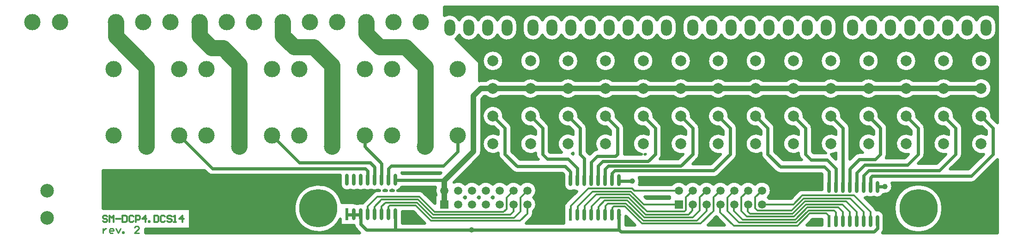
<source format=gtl>
G04 Layer_Physical_Order=1*
G04 Layer_Color=255*
%FSLAX42Y42*%
%MOMM*%
G71*
G01*
G75*
%ADD10C,0.50*%
%ADD11R,0.60X2.20*%
%ADD12O,0.60X2.20*%
%ADD13C,0.60*%
%ADD14C,1.00*%
%ADD15C,3.00*%
%ADD16C,0.30*%
%ADD17C,0.25*%
%ADD18C,2.50*%
%ADD19O,2.00X3.00*%
%ADD20C,3.00*%
%ADD21C,2.00*%
%ADD22R,1.50X1.50*%
%ADD23C,1.50*%
%ADD24C,7.00*%
%ADD25C,1.00*%
D10*
X9589Y590D02*
G03*
X9716Y590I63J108D01*
G01*
X9654Y-57D02*
G03*
X9690Y-128I124J18D01*
G01*
X9654Y-57D02*
G03*
X9690Y-128I124J18D01*
G01*
X10539Y53D02*
G03*
X10539Y68I-124J15D01*
G01*
X9716Y335D02*
G03*
X9650Y352I-63J-108D01*
G01*
X9812Y348D02*
G03*
X9716Y335I-33J-121D01*
G01*
X9827Y367D02*
G03*
X9812Y348I78J-78D01*
G01*
X9827Y367D02*
G03*
X9812Y348I78J-78D01*
G01*
X10084Y577D02*
G03*
X10006Y545I0J-110D01*
G01*
X10084Y577D02*
G03*
X10006Y545I0J-110D01*
G01*
X9716Y590D02*
G03*
X9843Y590I63J108D01*
G01*
X9843D02*
G03*
X9970Y590I63J108D01*
G01*
D02*
G03*
X10097Y590I63J108D01*
G01*
X10195Y577D02*
G03*
X10224Y590I-35J120D01*
G01*
X10097Y590D02*
G03*
X10126Y577I63J108D01*
G01*
X10351Y590D02*
G03*
X10380Y577I63J108D01*
G01*
X10224Y590D02*
G03*
X10253Y577I63J108D01*
G01*
X10322D02*
G03*
X10351Y590I-35J120D01*
G01*
X11688Y438D02*
G03*
X11674Y452I-127J-113D01*
G01*
X11702D02*
G03*
X11688Y438I113J-127D01*
G01*
X11942D02*
G03*
X11928Y452I-127J-113D01*
G01*
X11688Y466D02*
G03*
X11702Y452I127J113D01*
G01*
X11942Y466D02*
G03*
X11956Y452I127J113D01*
G01*
X10929Y545D02*
G03*
X10851Y577I-78J-78D01*
G01*
X10929Y545D02*
G03*
X10851Y577I-78J-78D01*
G01*
X11674Y452D02*
G03*
X11688Y466I-113J127D01*
G01*
X11928Y452D02*
G03*
X11942Y466I-113J127D01*
G01*
X6967Y897D02*
G03*
X7055Y860I88J88D01*
G01*
X6967Y897D02*
G03*
X7055Y860I88J88D01*
G01*
X10449Y577D02*
G03*
X10527Y642I-35J120D01*
G01*
X9433Y353D02*
G03*
X9400Y56I-433J-102D01*
G01*
X9400Y697D02*
G03*
X9589Y590I125J0D01*
G01*
X11149Y642D02*
G03*
X11159Y495I158J-63D01*
G01*
X10535Y892D02*
G03*
X10529Y907I-120J-35D01*
G01*
X11688Y692D02*
G03*
X11483Y731I-127J-113D01*
G01*
X11942Y692D02*
G03*
X11688Y692I-127J-113D01*
G01*
X12908Y76D02*
G03*
X12941Y154I-78J78D01*
G01*
X12908Y77D02*
G03*
X12941Y154I-78J78D01*
G01*
X11956Y452D02*
G03*
X11942Y438I113J-127D01*
G01*
X12196D02*
G03*
X12182Y452I-127J-113D01*
G01*
D02*
G03*
X12196Y466I-113J127D01*
G01*
X12210Y452D02*
G03*
X12196Y438I113J-127D01*
G01*
Y466D02*
G03*
X12210Y452I127J113D01*
G01*
X13001Y325D02*
G03*
X12944Y452I-170J0D01*
G01*
D02*
G03*
X13001Y579I-113J127D01*
G01*
X12941Y196D02*
G03*
X13001Y325I-110J130D01*
G01*
X12196Y692D02*
G03*
X11942Y692I-127J-113D01*
G01*
X12450D02*
G03*
X12196Y692I-127J-113D01*
G01*
X12557Y934D02*
G03*
X12645Y898I88J88D01*
G01*
X12557Y934D02*
G03*
X12645Y898I88J88D01*
G01*
X12704Y692D02*
G03*
X12450Y692I-127J-113D01*
G01*
X13001Y579D02*
G03*
X12704Y692I-170J0D01*
G01*
X14636Y43D02*
G03*
X14637Y57I-124J15D01*
G01*
X13546Y371D02*
G03*
X13526Y342I78J-78D01*
G01*
X13546Y371D02*
G03*
X13526Y342I78J-78D01*
G01*
X13498Y688D02*
G03*
X13687Y580I125J0D01*
G01*
X13687D02*
G03*
X13739Y563I63J108D01*
G01*
X14895Y750D02*
G03*
X14877Y820I-145J0D01*
G01*
X14882Y689D02*
G03*
X14895Y750I-132J61D01*
G01*
X15734Y692D02*
G03*
X15477Y689I-127J-113D01*
G01*
X15988Y692D02*
G03*
X15734Y692I-127J-113D01*
G01*
X12295Y1248D02*
G03*
X12332Y1159I125J0D01*
G01*
X12295Y1248D02*
G03*
X12332Y1159I125J0D01*
G01*
X11947Y1195D02*
G03*
X11990Y1298I-102J103D01*
G01*
X11948Y1195D02*
G03*
X11990Y1298I-103J103D01*
G01*
X12295Y1608D02*
G03*
X12295Y1268I-95J-170D01*
G01*
X12983Y1248D02*
G03*
X13020Y1159I125J0D01*
G01*
X12983Y1248D02*
G03*
X13020Y1159I125J0D01*
G01*
X12983Y1608D02*
G03*
X12983Y1268I-95J-170D01*
G01*
X13672Y1608D02*
G03*
X13459Y1282I-95J-170D01*
G01*
X13668Y1246D02*
G03*
X13653Y1259I-88J-88D01*
G01*
X13668Y1246D02*
G03*
X13653Y1259I-88J-88D01*
G01*
D02*
G03*
X13672Y1268I-77J179D01*
G01*
X13974Y1246D02*
G03*
X13965Y1256I-97J-79D01*
G01*
X13974Y1246D02*
G03*
X13965Y1256I-97J-79D01*
G01*
X15262Y1159D02*
G03*
X15299Y1248I-88J88D01*
G01*
X14982Y1245D02*
G03*
X14998Y1248I-28J193D01*
G01*
X15262Y1159D02*
G03*
X15299Y1248I-88J88D01*
G01*
X15049Y1608D02*
G03*
X14926Y1245I-95J-170D01*
G01*
X15737Y1608D02*
G03*
X15686Y1248I-95J-170D01*
G01*
X14102Y1332D02*
G03*
X14024Y1296I11J-125D01*
G01*
X14102Y1332D02*
G03*
X14024Y1296I11J-125D01*
G01*
X14360Y1608D02*
G03*
X14102Y1332I-95J-170D01*
G01*
X12545Y1726D02*
G03*
X12508Y1814I-125J0D01*
G01*
X12545Y1726D02*
G03*
X12508Y1814I-125J0D01*
G01*
X12394Y1929D02*
G03*
X12395Y1946I-194J17D01*
G01*
D02*
G03*
X12217Y1752I-195J0D01*
G01*
X13083Y1946D02*
G03*
X12906Y1752I-195J0D01*
G01*
X11978Y2598D02*
G03*
X11950Y2595I0J-145D01*
G01*
X11978Y2598D02*
G03*
X11950Y2595I0J-145D01*
G01*
X12071Y2308D02*
G03*
X12330Y2309I129J147D01*
G01*
Y2599D02*
G03*
X12068Y2598I-130J-145D01*
G01*
X13233Y1726D02*
G03*
X13197Y1814I-125J0D01*
G01*
X13233Y1726D02*
G03*
X13197Y1814I-125J0D01*
G01*
X13083Y1929D02*
G03*
X13083Y1946I-194J17D01*
G01*
X13772D02*
G03*
X13594Y1752I-195J0D01*
G01*
X13771Y1929D02*
G03*
X13772Y1946I-194J17D01*
G01*
X12758Y2309D02*
G03*
X13019Y2309I130J145D01*
G01*
Y2599D02*
G03*
X12758Y2599I-130J-145D01*
G01*
X13447Y2309D02*
G03*
X13707Y2309I130J145D01*
G01*
Y2599D02*
G03*
X13447Y2599I-130J-145D01*
G01*
X11582Y3439D02*
G03*
X11932Y3439I175J86D01*
G01*
X11521Y3366D02*
G03*
X11582Y3439I-114J159D01*
G01*
X12395Y2962D02*
G03*
X12395Y2962I-195J0D01*
G01*
X11932Y3439D02*
G03*
X12282Y3439I175J86D01*
G01*
X12282D02*
G03*
X12653Y3525I175J86D01*
G01*
X11582Y3711D02*
G03*
X11312Y3795I-175J-86D01*
G01*
X11932Y3711D02*
G03*
X11582Y3711I-175J-86D01*
G01*
X12282D02*
G03*
X11932Y3711I-175J-86D01*
G01*
X12653Y3625D02*
G03*
X12282Y3711I-195J0D01*
G01*
X13083Y2962D02*
G03*
X13083Y2962I-195J0D01*
G01*
X12738Y3525D02*
G03*
X13107Y3439I195J0D01*
G01*
X13772Y2962D02*
G03*
X13772Y2962I-195J0D01*
G01*
X13107Y3439D02*
G03*
X13457Y3439I175J86D01*
G01*
X13457D02*
G03*
X13807Y3439I175J86D01*
G01*
X13107Y3711D02*
G03*
X12738Y3625I-175J-86D01*
G01*
X13457Y3711D02*
G03*
X13107Y3711I-175J-86D01*
G01*
X13807Y3711D02*
G03*
X13457Y3711I-175J-86D01*
G01*
X13922Y1726D02*
G03*
X13885Y1814I-125J0D01*
G01*
X13922Y1726D02*
G03*
X13885Y1814I-125J0D01*
G01*
X14610Y1726D02*
G03*
X14574Y1814I-125J0D01*
G01*
X14610Y1726D02*
G03*
X14574Y1814I-125J0D01*
G01*
X14460Y1929D02*
G03*
X14460Y1946I-194J17D01*
G01*
D02*
G03*
X14283Y1752I-195J0D01*
G01*
X15149Y1946D02*
G03*
X14971Y1752I-195J0D01*
G01*
X14135Y2309D02*
G03*
X14396Y2309I130J145D01*
G01*
Y2599D02*
G03*
X14135Y2599I-130J-145D01*
G01*
X15299Y1726D02*
G03*
X15262Y1814I-125J0D01*
G01*
X15299Y1726D02*
G03*
X15262Y1814I-125J0D01*
G01*
X15148Y1929D02*
G03*
X15149Y1946I-194J17D01*
G01*
X15837D02*
G03*
X15660Y1752I-195J0D01*
G01*
X15837Y1929D02*
G03*
X15837Y1946I-194J17D01*
G01*
X14823Y2309D02*
G03*
X15084Y2309I130J145D01*
G01*
Y2599D02*
G03*
X14823Y2599I-130J-145D01*
G01*
X15512Y2309D02*
G03*
X15773Y2309I130J145D01*
G01*
Y2599D02*
G03*
X15512Y2599I-130J-145D01*
G01*
X14460Y2962D02*
G03*
X14460Y2962I-195J0D01*
G01*
X13807Y3439D02*
G03*
X14157Y3439I175J86D01*
G01*
X15149Y2962D02*
G03*
X15149Y2962I-195J0D01*
G01*
X14157Y3439D02*
G03*
X14507Y3439I175J86D01*
G01*
X14507D02*
G03*
X14857Y3439I175J86D01*
G01*
X14157Y3711D02*
G03*
X13807Y3711I-175J-86D01*
G01*
X14507Y3711D02*
G03*
X14157Y3711I-175J-86D01*
G01*
X14857Y3711D02*
G03*
X14507Y3711I-175J-86D01*
G01*
X14857Y3439D02*
G03*
X15207Y3439I175J86D01*
G01*
X15837Y2962D02*
G03*
X15837Y2962I-195J0D01*
G01*
X15207Y3439D02*
G03*
X15577Y3525I175J86D01*
G01*
X15668D02*
G03*
X16038Y3439I195J0D01*
G01*
X15207Y3711D02*
G03*
X14857Y3711I-175J-86D01*
G01*
X15577Y3625D02*
G03*
X15207Y3711I-195J0D01*
G01*
X16038Y3711D02*
G03*
X15668Y3625I-175J-86D01*
G01*
X16242Y692D02*
G03*
X15988Y692I-127J-113D01*
G01*
X17260Y435D02*
G03*
X17244Y452I-130J-110D01*
G01*
D02*
G03*
X17301Y579I-113J127D01*
G01*
X16750Y692D02*
G03*
X16496Y692I-127J-113D01*
G01*
D02*
G03*
X16242Y692I-127J-113D01*
G01*
X17004D02*
G03*
X16750Y692I-127J-113D01*
G01*
X17301Y579D02*
G03*
X17004Y692I-170J0D01*
G01*
X16248Y820D02*
G03*
X16337Y857I0J125D01*
G01*
X16248Y820D02*
G03*
X16337Y857I0J125D01*
G01*
X15951Y1159D02*
G03*
X15987Y1248I-88J88D01*
G01*
X15951Y1159D02*
G03*
X15987Y1248I-88J88D01*
G01*
X16639Y1159D02*
G03*
X16676Y1248I-88J88D01*
G01*
X16639Y1159D02*
G03*
X16676Y1248I-88J88D01*
G01*
X17114Y1248D02*
G03*
X17151Y1159I125J0D01*
G01*
X17114Y1248D02*
G03*
X17151Y1159I125J0D01*
G01*
X17871Y597D02*
G03*
X17793Y565I0J-110D01*
G01*
X17871Y597D02*
G03*
X17793Y565I0J-110D01*
G01*
X17383Y927D02*
G03*
X17472Y890I88J88D01*
G01*
X17383Y927D02*
G03*
X17472Y890I88J88D01*
G01*
X17803Y1248D02*
G03*
X17839Y1159I125J0D01*
G01*
X17803Y1248D02*
G03*
X17839Y1159I125J0D01*
G01*
X18413Y1231D02*
G03*
X18399Y1243I-88J-88D01*
G01*
X18413Y1231D02*
G03*
X18399Y1243I-88J-88D01*
G01*
Y1243D02*
G03*
X18491Y1268I-3J195D01*
G01*
X16426Y1608D02*
G03*
X16374Y1248I-95J-170D01*
G01*
X17114Y1608D02*
G03*
X17114Y1268I-95J-170D01*
G01*
X15987Y1726D02*
G03*
X15951Y1814I-125J0D01*
G01*
X15987Y1726D02*
G03*
X15951Y1814I-125J0D01*
G01*
X16526Y1946D02*
G03*
X16348Y1752I-195J0D01*
G01*
X16676Y1726D02*
G03*
X16639Y1814I-125J0D01*
G01*
X16676Y1726D02*
G03*
X16639Y1814I-125J0D01*
G01*
X17364Y1726D02*
G03*
X17328Y1814I-125J0D01*
G01*
X17214Y1946D02*
G03*
X17037Y1752I-195J0D01*
G01*
X17364Y1726D02*
G03*
X17328Y1814I-125J0D01*
G01*
X17803Y1608D02*
G03*
X17803Y1268I-95J-170D01*
G01*
X18491Y1608D02*
G03*
X18302Y1268I-95J-170D01*
G01*
X17903Y1946D02*
G03*
X17725Y1752I-195J0D01*
G01*
X18053Y1726D02*
G03*
X18016Y1814I-125J0D01*
G01*
X18053Y1726D02*
G03*
X18016Y1814I-125J0D01*
G01*
X18591Y1946D02*
G03*
X18414Y1752I-195J0D01*
G01*
X18590Y1929D02*
G03*
X18591Y1946I-194J17D01*
G01*
X18741Y1726D02*
G03*
X18705Y1814I-125J0D01*
G01*
X18741Y1726D02*
G03*
X18705Y1814I-125J0D01*
G01*
X19339Y-200D02*
G03*
X19371Y-117I-93J83D01*
G01*
X19372Y98D02*
G03*
X19224Y220I-125J0D01*
G01*
D02*
G03*
X19196Y268I-106J-31D01*
G01*
X19339Y-200D02*
G03*
X19371Y-117I-93J83D01*
G01*
Y-81D02*
G03*
X19372Y-62I-124J19D01*
G01*
X19224Y220D02*
G03*
X19196Y268I-106J-31D01*
G01*
X20445Y250D02*
G03*
X20445Y250I-445J0D01*
G01*
X19057Y460D02*
G03*
X19184Y460I63J108D01*
G01*
X19184D02*
G03*
X19359Y512I63J108D01*
G01*
X19019Y445D02*
G03*
X19057Y460I-26J122D01*
G01*
X19359Y512D02*
G03*
X19528Y655I24J143D01*
G01*
D02*
G03*
X19512Y720I-145J0D01*
G01*
X20967D02*
G03*
X21056Y757I0J125D01*
G01*
X20967Y720D02*
G03*
X21056Y757I0J125D01*
G01*
X18915Y1275D02*
G03*
X18827Y1238I0J-125D01*
G01*
X18915Y1275D02*
G03*
X18827Y1238I0J-125D01*
G01*
X19408Y1177D02*
G03*
X19430Y1248I-104J70D01*
G01*
X19408Y1177D02*
G03*
X19430Y1248I-104J70D01*
G01*
X19180Y1608D02*
G03*
X18978Y1275I-95J-170D01*
G01*
X20081Y1159D02*
G03*
X20118Y1248I-88J88D01*
G01*
X20081Y1159D02*
G03*
X20118Y1248I-88J88D01*
G01*
X19868Y1608D02*
G03*
X19817Y1248I-95J-170D01*
G01*
X19280Y1946D02*
G03*
X19102Y1752I-195J0D01*
G01*
X19430Y1726D02*
G03*
X19393Y1814I-125J0D01*
G01*
X19430Y1726D02*
G03*
X19393Y1814I-125J0D01*
G01*
X19968Y1946D02*
G03*
X19791Y1752I-195J0D01*
G01*
X20118Y1726D02*
G03*
X20081Y1814I-125J0D01*
G01*
X20118Y1726D02*
G03*
X20081Y1814I-125J0D01*
G01*
X20770Y1159D02*
G03*
X20807Y1248I-88J88D01*
G01*
X20557Y1608D02*
G03*
X20505Y1248I-95J-170D01*
G01*
X20770Y1159D02*
G03*
X20807Y1248I-88J88D01*
G01*
X21245Y1608D02*
G03*
X21194Y1248I-95J-170D01*
G01*
X20657Y1946D02*
G03*
X20479Y1752I-195J0D01*
G01*
X20807Y1726D02*
G03*
X20770Y1814I-125J0D01*
G01*
X20807Y1726D02*
G03*
X20770Y1814I-125J0D01*
G01*
X21345Y1946D02*
G03*
X21167Y1752I-195J0D01*
G01*
X16525Y1929D02*
G03*
X16526Y1946I-194J17D01*
G01*
X16200Y2309D02*
G03*
X16461Y2309I130J145D01*
G01*
Y2599D02*
G03*
X16200Y2599I-130J-145D01*
G01*
X16889Y2309D02*
G03*
X17150Y2309I130J145D01*
G01*
Y2599D02*
G03*
X16889Y2599I-130J-145D01*
G01*
X16526Y2962D02*
G03*
X16526Y2962I-195J0D01*
G01*
X17214D02*
G03*
X17214Y2962I-195J0D01*
G01*
X17213Y1929D02*
G03*
X17214Y1946I-194J17D01*
G01*
X17902Y1929D02*
G03*
X17903Y1946I-194J17D01*
G01*
X17577Y2309D02*
G03*
X17838Y2309I130J145D01*
G01*
Y2599D02*
G03*
X17577Y2599I-130J-145D01*
G01*
X18527D02*
G03*
X18266Y2599I-130J-145D01*
G01*
Y2309D02*
G03*
X18527Y2309I130J145D01*
G01*
X17903Y2962D02*
G03*
X17903Y2962I-195J0D01*
G01*
X18591D02*
G03*
X18591Y2962I-195J0D01*
G01*
X16038Y3439D02*
G03*
X16388Y3439I175J86D01*
G01*
Y3711D02*
G03*
X16038Y3711I-175J-86D01*
G01*
X16388Y3439D02*
G03*
X16738Y3439I175J86D01*
G01*
Y3711D02*
G03*
X16388Y3711I-175J-86D01*
G01*
X16738Y3439D02*
G03*
X17088Y3439I175J86D01*
G01*
Y3711D02*
G03*
X16738Y3711I-175J-86D01*
G01*
X17088Y3439D02*
G03*
X17438Y3439I175J86D01*
G01*
Y3711D02*
G03*
X17088Y3711I-175J-86D01*
G01*
X17438Y3439D02*
G03*
X17788Y3439I175J86D01*
G01*
X17788D02*
G03*
X18138Y3439I175J86D01*
G01*
D02*
G03*
X18507Y3525I175J86D01*
G01*
Y3625D02*
G03*
X18138Y3711I-195J0D01*
G01*
X17788Y3711D02*
G03*
X17438Y3711I-175J-86D01*
G01*
X18138Y3711D02*
G03*
X17788Y3711I-175J-86D01*
G01*
X19279Y1929D02*
G03*
X19280Y1946I-194J17D01*
G01*
X18954Y2309D02*
G03*
X19215Y2309I130J145D01*
G01*
X19643D02*
G03*
X19903Y2309I130J145D01*
G01*
Y2599D02*
G03*
X19643Y2599I-130J-145D01*
G01*
X19215D02*
G03*
X18954Y2599I-130J-145D01*
G01*
X19280Y2962D02*
G03*
X19280Y2962I-195J0D01*
G01*
X19968D02*
G03*
X19968Y2962I-195J0D01*
G01*
X19967Y1929D02*
G03*
X19968Y1946I-194J17D01*
G01*
X20656Y1929D02*
G03*
X20657Y1946I-194J17D01*
G01*
X20331Y2309D02*
G03*
X20592Y2309I130J145D01*
G01*
X21344Y1929D02*
G03*
X21345Y1946I-194J17D01*
G01*
X21020Y2309D02*
G03*
X21345Y2454I130J145D01*
G01*
D02*
G03*
X21020Y2599I-195J0D01*
G01*
X20592D02*
G03*
X20331Y2599I-130J-145D01*
G01*
X20657Y2962D02*
G03*
X20657Y2962I-195J0D01*
G01*
X18595Y3525D02*
G03*
X18965Y3439I195J0D01*
G01*
D02*
G03*
X19315Y3439I175J86D01*
G01*
X19315D02*
G03*
X19665Y3439I175J86D01*
G01*
X19665D02*
G03*
X20015Y3439I175J86D01*
G01*
D02*
G03*
X20365Y3439I175J86D01*
G01*
X18965Y3711D02*
G03*
X18595Y3625I-175J-86D01*
G01*
X19315Y3711D02*
G03*
X18965Y3711I-175J-86D01*
G01*
X19665Y3711D02*
G03*
X19315Y3711I-175J-86D01*
G01*
X20015Y3711D02*
G03*
X19665Y3711I-175J-86D01*
G01*
X20365Y3711D02*
G03*
X20015Y3711I-175J-86D01*
G01*
X20365Y3439D02*
G03*
X20715Y3439I175J86D01*
G01*
X21345Y2962D02*
G03*
X21345Y2962I-195J0D01*
G01*
X20715Y3439D02*
G03*
X21065Y3439I175J86D01*
G01*
D02*
G03*
X21435Y3525I175J86D01*
G01*
X20715Y3711D02*
G03*
X20365Y3711I-175J-86D01*
G01*
X21065Y3711D02*
G03*
X20715Y3711I-175J-86D01*
G01*
X21435Y3625D02*
G03*
X21065Y3711I-195J0D01*
G01*
X5900Y-200D02*
Y-125D01*
X5950Y-200D02*
Y-125D01*
X5830Y-200D02*
Y-125D01*
X5850Y-200D02*
Y-125D01*
X6150Y-200D02*
Y-125D01*
X6200Y-200D02*
Y-125D01*
X6000Y-200D02*
Y-125D01*
X6100Y-200D02*
Y-125D01*
X6050Y-200D02*
Y-125D01*
X6400Y-200D02*
Y-125D01*
X6450Y-200D02*
Y-125D01*
X6250Y-200D02*
Y-125D01*
X6350Y-200D02*
Y-125D01*
X6300Y-200D02*
Y-125D01*
X6650Y-200D02*
Y-125D01*
X8600Y-200D02*
Y55D01*
X6500Y-200D02*
Y-125D01*
X6600Y-200D02*
Y-125D01*
X6550Y-200D02*
Y-125D01*
X8850Y-200D02*
Y-169D01*
X8900Y-200D02*
Y-184D01*
X8800Y-200D02*
Y-148D01*
X5830Y-200D02*
X9762D01*
X9150D02*
Y-169D01*
X9200Y-200D02*
Y-148D01*
X8950Y-200D02*
Y-192D01*
X9050Y-200D02*
Y-192D01*
X9100Y-200D02*
Y-184D01*
X9250Y-200D02*
Y-118D01*
X9300Y-200D02*
Y-79D01*
X8650Y-200D02*
Y-25D01*
X8750Y-200D02*
Y-118D01*
X8700Y-200D02*
Y-79D01*
X9550Y-200D02*
Y-57D01*
X9600Y-200D02*
Y-57D01*
X9400Y-200D02*
Y55D01*
X9500Y-200D02*
Y-57D01*
X9450Y-200D02*
Y-57D01*
X5830Y-125D02*
X6655D01*
X5830Y-150D02*
X8805D01*
X6655Y-50D02*
X8671D01*
X6655Y-100D02*
X8725D01*
X6655Y50D02*
X8602D01*
X6655Y-0D02*
X8632D01*
X6655Y200D02*
X8558D01*
X6655Y100D02*
X8581D01*
X6655Y150D02*
X8566D01*
X5050Y245D02*
X6655D01*
X5050Y250D02*
X8555D01*
X5050Y300D02*
X8558D01*
X5050Y350D02*
X8566D01*
X5050Y400D02*
X8581D01*
X6655Y-125D02*
Y245D01*
X5050Y450D02*
X8602D01*
X5050Y500D02*
X8632D01*
X5050Y550D02*
X8671D01*
X5050Y600D02*
X8725D01*
X9350Y-200D02*
Y-25D01*
X9195Y-150D02*
X9712D01*
X9329Y-50D02*
X9400D01*
X9275Y-100D02*
X9669D01*
X9400Y-57D02*
Y56D01*
Y-57D02*
X9650D01*
X9368Y-0D02*
X9400D01*
X9433Y353D02*
X9650D01*
X9419Y400D02*
X9861D01*
X9450Y353D02*
Y598D01*
X9398Y450D02*
X9911D01*
X9275Y600D02*
X9447D01*
X9368Y500D02*
X9961D01*
X9329Y550D02*
X10011D01*
X9500Y353D02*
Y575D01*
X9550Y353D02*
Y575D01*
X9600Y353D02*
Y584D01*
X9650Y353D02*
Y573D01*
Y-200D02*
Y-57D01*
X9677Y350D02*
X9755D01*
X9700Y-200D02*
Y-138D01*
X9690Y-128D02*
X9762Y-200D01*
X9750D02*
Y-188D01*
X10539Y-23D02*
Y53D01*
X9700Y343D02*
Y582D01*
X9800Y351D02*
Y574D01*
X9750Y349D02*
Y576D01*
X9804Y350D02*
X9814D01*
X9827Y367D02*
X10006Y545D01*
X9850Y389D02*
Y586D01*
X10539Y-0D02*
X10929D01*
X10539Y-23D02*
X10952D01*
X10539Y100D02*
X10829D01*
X10539Y50D02*
X10879D01*
X10850Y-23D02*
Y79D01*
X10900Y-23D02*
Y29D01*
X10750Y-23D02*
Y179D01*
X10800Y-23D02*
Y129D01*
X10539Y150D02*
X10779D01*
X10600Y-23D02*
Y192D01*
X10650Y-23D02*
Y192D01*
X10539Y68D02*
Y192D01*
X10737D01*
X10550Y-23D02*
Y192D01*
X10700Y-23D02*
Y192D01*
X10737D02*
X10952Y-23D01*
X11124Y350D02*
X11137D01*
Y337D02*
Y495D01*
X10929Y545D02*
X11137Y337D01*
X9900Y439D02*
Y573D01*
X9950Y489D02*
Y580D01*
X10000Y539D02*
Y577D01*
X10084Y577D02*
X10126D01*
X10100D02*
Y588D01*
X10322Y577D02*
X10380D01*
X10195D02*
X10253D01*
X10500D02*
Y606D01*
X10350Y577D02*
Y589D01*
X11074Y400D02*
X11137D01*
X11024Y450D02*
X11137D01*
X11676D02*
X11699D01*
X11950Y447D02*
Y458D01*
X11930Y450D02*
X11953D01*
X10449Y577D02*
X10851D01*
X10924Y550D02*
X11139D01*
X10493Y600D02*
X11138D01*
X11150Y495D02*
Y513D01*
X11137Y495D02*
X11159D01*
X10974Y500D02*
X11156D01*
X6950Y-200D02*
Y913D01*
X7000Y-200D02*
Y873D01*
X6850Y-200D02*
Y950D01*
X6900Y-200D02*
Y950D01*
X7200Y-200D02*
Y860D01*
X7250Y-200D02*
Y860D01*
X7050Y-200D02*
Y860D01*
X7150Y-200D02*
Y860D01*
X7100Y-200D02*
Y860D01*
X5650Y245D02*
Y950D01*
X5700Y245D02*
Y950D01*
X5500Y245D02*
Y950D01*
X5600Y245D02*
Y950D01*
X5550Y245D02*
Y950D01*
X6750Y-200D02*
Y950D01*
X6800Y-200D02*
Y950D01*
X5750Y245D02*
Y950D01*
X6700Y-200D02*
Y950D01*
X5800Y245D02*
Y950D01*
X7900Y-200D02*
Y860D01*
X7950Y-200D02*
Y860D01*
X7800Y-200D02*
Y860D01*
X7850Y-200D02*
Y860D01*
X8150Y-200D02*
Y860D01*
X8200Y-200D02*
Y860D01*
X8000Y-200D02*
Y860D01*
X8100Y-200D02*
Y860D01*
X8050Y-200D02*
Y860D01*
X7450Y-200D02*
Y860D01*
X7500Y-200D02*
Y860D01*
X7300Y-200D02*
Y860D01*
X7400Y-200D02*
Y860D01*
X7350Y-200D02*
Y860D01*
X7700Y-200D02*
Y860D01*
X7750Y-200D02*
Y860D01*
X7550Y-200D02*
Y860D01*
X7650Y-200D02*
Y860D01*
X7600Y-200D02*
Y860D01*
X6000Y245D02*
Y950D01*
X6050Y245D02*
Y950D01*
X5900Y245D02*
Y950D01*
X5950Y245D02*
Y950D01*
X6250Y245D02*
Y950D01*
X6300Y245D02*
Y950D01*
X6100Y245D02*
Y950D01*
X6200Y245D02*
Y950D01*
X6150Y245D02*
Y950D01*
X5200Y245D02*
Y950D01*
X5250Y245D02*
Y950D01*
X5050Y245D02*
Y950D01*
X5150Y245D02*
Y950D01*
X5100Y245D02*
Y950D01*
X5450Y245D02*
Y950D01*
X5850Y245D02*
Y950D01*
X5300Y245D02*
Y950D01*
X5400Y245D02*
Y950D01*
X5350Y245D02*
Y950D01*
X5050Y650D02*
X8805D01*
X5050Y700D02*
X9400D01*
X5050Y800D02*
X9400D01*
X5050Y750D02*
X9400D01*
X5050Y850D02*
X9400D01*
X5050Y900D02*
X6963D01*
X7055Y860D02*
X9401D01*
X6400Y245D02*
Y950D01*
X6450Y245D02*
Y950D01*
X6350Y245D02*
Y950D01*
X5050Y950D02*
X6913D01*
X5050Y950D02*
X6913D01*
X6500Y245D02*
Y950D01*
X6550Y245D02*
Y950D01*
X6600Y245D02*
Y950D01*
X6913D02*
X6967Y897D01*
X6650Y245D02*
Y950D01*
X8750Y618D02*
Y860D01*
X8800Y648D02*
Y860D01*
X8850Y669D02*
Y860D01*
X8900Y684D02*
Y860D01*
X9300Y579D02*
Y860D01*
X9350Y525D02*
Y860D01*
X9150Y669D02*
Y860D01*
X9250Y618D02*
Y860D01*
X9200Y648D02*
Y860D01*
X8400Y-200D02*
Y860D01*
X8450Y-200D02*
Y860D01*
X8250Y-200D02*
Y860D01*
X8350Y-200D02*
Y860D01*
X8300Y-200D02*
Y860D01*
X8500Y-200D02*
Y860D01*
X8550Y-200D02*
Y860D01*
X8600Y445D02*
Y860D01*
X8700Y579D02*
Y860D01*
X8650Y525D02*
Y860D01*
X10600Y577D02*
Y642D01*
X10650Y577D02*
Y642D01*
X10550Y577D02*
Y642D01*
X10850Y577D02*
Y642D01*
X11100Y374D02*
Y642D01*
X10700Y577D02*
Y642D01*
X10800Y577D02*
Y642D01*
X10750Y577D02*
Y642D01*
X9400Y445D02*
Y860D01*
X9195Y650D02*
X9410D01*
X10527Y642D02*
X11149D01*
X11000Y474D02*
Y642D01*
X11050Y424D02*
Y642D01*
X10900Y566D02*
Y642D01*
X10950Y524D02*
Y642D01*
X8950Y692D02*
Y860D01*
X9100Y684D02*
Y860D01*
X9000Y695D02*
Y860D01*
X9050Y692D02*
Y860D01*
X9400Y697D02*
Y857D01*
X10550Y892D02*
Y907D01*
X10650Y892D02*
Y907D01*
X10600Y892D02*
Y907D01*
X10850Y892D02*
Y907D01*
X10900Y892D02*
Y907D01*
X10700Y892D02*
Y907D01*
X10800Y892D02*
Y907D01*
X10750Y892D02*
Y907D01*
X11100Y892D02*
Y907D01*
X11150Y892D02*
Y907D01*
X10950Y892D02*
Y907D01*
X11050Y892D02*
Y907D01*
X11000Y892D02*
Y907D01*
X11500Y738D02*
Y747D01*
X10535Y892D02*
X11235D01*
X11550Y749D02*
Y797D01*
X10532Y900D02*
X11242D01*
X11680Y700D02*
X11695D01*
X11600Y745D02*
Y847D01*
X11934Y700D02*
X11949D01*
X11650Y724D02*
Y897D01*
X11700Y705D02*
Y947D01*
X11483Y731D02*
X11947Y1195D01*
X11200Y892D02*
Y907D01*
X10529D02*
X11250D01*
X11235Y892D02*
X11250Y907D01*
X11900Y726D02*
Y1147D01*
X11950Y701D02*
Y1197D01*
X11750Y737D02*
Y997D01*
X11800Y749D02*
Y1047D01*
X11850Y746D02*
Y1097D01*
X12850Y-23D02*
Y18D01*
X12900Y-23D02*
Y68D01*
X12184Y450D02*
X12207D01*
X12809Y-23D02*
X12908Y76D01*
X12950Y-23D02*
Y204D01*
X13000Y-23D02*
Y311D01*
X12941Y154D02*
Y196D01*
X13000Y340D02*
Y565D01*
X12200Y443D02*
Y462D01*
X12950Y446D02*
Y458D01*
X12832Y-0D02*
X13498D01*
X12809Y-23D02*
X13498D01*
X12926Y100D02*
X13498D01*
X12882Y50D02*
X13498D01*
X12941Y150D02*
X13498D01*
X12999Y300D02*
X13498D01*
X12945Y200D02*
X13498D01*
X12983Y250D02*
X13498D01*
X13050Y-23D02*
Y898D01*
X13100Y-23D02*
Y898D01*
X12999Y350D02*
X13530D01*
X12983Y400D02*
X13576D01*
X12946Y450D02*
X13626D01*
X13300Y-23D02*
Y898D01*
X13350Y-23D02*
Y898D01*
X13150Y-23D02*
Y898D01*
X13250Y-23D02*
Y898D01*
X13200Y-23D02*
Y898D01*
X12188Y700D02*
X12203D01*
X11653Y900D02*
X12620D01*
X12442Y700D02*
X12457D01*
X12700Y696D02*
Y898D01*
X12600Y748D02*
Y906D01*
X12650Y733D02*
Y898D01*
X12350Y747D02*
Y1141D01*
X11703Y950D02*
X12541D01*
X11853Y1100D02*
X12391D01*
X11753Y1000D02*
X12491D01*
X11803Y1050D02*
X12441D01*
X12400Y731D02*
Y1091D01*
X12450Y693D02*
Y1041D01*
X12500Y731D02*
Y991D01*
X12550Y747D02*
Y941D01*
X12696Y700D02*
X12711D01*
X11503Y750D02*
X13498D01*
X12981Y500D02*
X13676D01*
X12998Y550D02*
X13726D01*
X12950Y700D02*
X13498D01*
X12999Y600D02*
X13534D01*
X12985Y650D02*
X13504D01*
X12750Y729D02*
Y898D01*
X11553Y800D02*
X13498D01*
X12697Y1148D02*
X13032D01*
X11603Y850D02*
X13498D01*
X12645Y898D02*
X13476D01*
X12950Y700D02*
Y898D01*
X13000Y594D02*
Y898D01*
X12800Y747D02*
Y898D01*
X12900Y735D02*
Y898D01*
X12850Y748D02*
Y898D01*
X13498Y-23D02*
Y342D01*
X14636Y-55D02*
Y43D01*
X13498Y342D02*
X13526D01*
X14650Y-55D02*
Y98D01*
X14700Y-55D02*
Y48D01*
X14637Y57D02*
Y111D01*
X14637Y50D02*
X14698D01*
X14637Y100D02*
X14648D01*
X13400Y-23D02*
Y898D01*
X13450Y-23D02*
Y898D01*
X13500Y342D02*
Y665D01*
X13550Y374D02*
Y586D01*
X13546Y371D02*
X13739Y563D01*
X13600Y424D02*
Y565D01*
X13650Y474D02*
Y565D01*
X13700Y524D02*
Y573D01*
X14636Y-55D02*
X14803D01*
X14637Y111D02*
X14803Y-55D01*
X14636Y-0D02*
X14748D01*
X14636Y-50D02*
X14798D01*
X14750Y-55D02*
Y-2D01*
X14979Y469D02*
X15013Y435D01*
X15050D02*
Y469D01*
X15013Y435D02*
X15437D01*
X14998Y450D02*
X15437D01*
X15150Y435D02*
Y469D01*
X15200Y435D02*
Y469D01*
X15000Y448D02*
Y469D01*
X14979D02*
X15437D01*
X15100Y435D02*
Y469D01*
X15400Y435D02*
Y469D01*
X15437Y435D02*
Y469D01*
X15250Y435D02*
Y469D01*
X15350Y435D02*
Y469D01*
X15300Y435D02*
Y469D01*
X13498Y688D02*
Y768D01*
X15000Y689D02*
Y820D01*
X15250Y689D02*
Y820D01*
X14950Y689D02*
Y820D01*
X14900Y689D02*
Y820D01*
X13498Y768D02*
Y848D01*
X15050Y689D02*
Y820D01*
X13476Y898D02*
X13498Y875D01*
Y768D02*
Y848D01*
Y875D01*
X15300Y689D02*
Y820D01*
X15350Y689D02*
Y820D01*
X15100Y689D02*
Y820D01*
X15200Y689D02*
Y820D01*
X15150Y689D02*
Y820D01*
X15400Y689D02*
Y820D01*
X14882Y689D02*
X15477D01*
X14886Y700D02*
X15487D01*
X14895Y750D02*
X18233D01*
X14886Y800D02*
X18233D01*
X15550Y740D02*
Y820D01*
X15726Y700D02*
X15741D01*
X15600Y749D02*
Y820D01*
X15450Y689D02*
Y820D01*
X15500Y712D02*
Y820D01*
X15650Y744D02*
Y820D01*
X14877D02*
X16248D01*
X15700Y721D02*
Y820D01*
X15750Y708D02*
Y820D01*
X15800Y738D02*
Y820D01*
X15850Y749D02*
Y820D01*
X15862Y1070D02*
X16196D01*
X15892Y1100D02*
X16226D01*
X12150Y729D02*
Y1250D01*
X12200Y697D02*
Y1243D01*
X11952Y1200D02*
X12304D01*
X11903Y1150D02*
X12341D01*
X12250Y733D02*
Y1250D01*
X12300Y748D02*
Y1213D01*
X12332Y1159D02*
X12557Y934D01*
X12000Y735D02*
Y2270D01*
X11982Y1250D02*
X12148D01*
X12050Y748D02*
Y1313D01*
X12100Y746D02*
Y1271D01*
X12252Y1250D02*
X12295D01*
Y1248D02*
Y1268D01*
X12600Y1244D02*
Y2309D01*
X12850Y1148D02*
Y1247D01*
X12694Y1150D02*
X13029D01*
X12594Y1250D02*
X12837D01*
X12644Y1200D02*
X12993D01*
X12900Y1148D02*
Y1243D01*
X13000Y1148D02*
Y1185D01*
X13020Y1159D02*
X13032Y1148D01*
X12545Y1299D02*
X12697Y1148D01*
X12700D02*
Y1388D01*
X12650Y1194D02*
Y2309D01*
X12750Y1148D02*
Y1301D01*
X12800Y1148D02*
Y1264D01*
X12950Y1148D02*
Y1253D01*
X12983Y1248D02*
Y1268D01*
X12940Y1250D02*
X12983D01*
X13350Y1282D02*
Y2309D01*
X11990Y1350D02*
X12026D01*
X11990Y1300D02*
X12062D01*
X11990Y1450D02*
X12005D01*
X11990Y1400D02*
X12009D01*
X12545D02*
X12697D01*
X12545Y1350D02*
X12714D01*
X11990Y1500D02*
X12015D01*
X12545Y1450D02*
X12694D01*
X12545Y1500D02*
X12704D01*
X11990Y1298D02*
Y2260D01*
Y1550D02*
X12040D01*
X12050Y1563D02*
Y1821D01*
X11990Y1600D02*
X12091D01*
X12100Y1605D02*
Y1779D01*
X12545Y1299D02*
Y1726D01*
X12550Y1294D02*
Y2309D01*
X12295Y1608D02*
Y1674D01*
X12545Y1550D02*
X12729D01*
X12700Y1488D02*
Y1896D01*
X13233Y1299D02*
X13250Y1282D01*
X13233Y1300D02*
X13439D01*
X12545D02*
X12751D01*
X13233Y1350D02*
X13403D01*
X13233Y1500D02*
X13392D01*
X13400Y1282D02*
Y1356D01*
X13250Y1282D02*
X13459D01*
X13233Y1450D02*
X13382D01*
X13233Y1400D02*
X13386D01*
X13233Y1550D02*
X13417D01*
X12750Y1575D02*
Y1809D01*
X12545Y1600D02*
X12780D01*
X12800Y1612D02*
Y1772D01*
X13233Y1600D02*
X13468D01*
X12983Y1608D02*
Y1674D01*
X13300Y1282D02*
Y2309D01*
X13233Y1299D02*
Y1726D01*
X13400Y1520D02*
Y1864D01*
X13250Y1283D02*
Y2309D01*
X13664Y1250D02*
X13672D01*
X14610Y1245D02*
X14926D01*
X14982D02*
X14995D01*
X14610Y1250D02*
X14902D01*
X13672Y1248D02*
Y1268D01*
X13974Y1246D02*
X14024Y1296D01*
X13950Y1271D02*
Y2309D01*
X13922Y1299D02*
X13965Y1256D01*
X14610Y1248D02*
Y1726D01*
X14800Y1245D02*
Y1318D01*
X14850Y1245D02*
Y1273D01*
X14650Y1245D02*
Y2309D01*
X14750Y1245D02*
Y2309D01*
X14700Y1245D02*
Y2309D01*
X15261Y1157D02*
X15596D01*
X15686Y1248D01*
X15862Y1070D02*
X15951Y1159D01*
X15600Y1162D02*
Y1248D01*
X15289Y1200D02*
X15638D01*
X15650Y1212D02*
Y1243D01*
X15300Y1157D02*
Y2309D01*
X15350Y1157D02*
Y2309D01*
X15299Y1250D02*
X15591D01*
X15299Y1248D02*
Y1726D01*
X15400Y1157D02*
Y2309D01*
X15450Y1157D02*
Y1406D01*
X15500Y1157D02*
Y1305D01*
X15550Y1157D02*
Y1266D01*
X13922Y1300D02*
X14028D01*
X13922Y1350D02*
X14091D01*
X13922Y1400D02*
X14074D01*
X13922Y1500D02*
X14080D01*
X13922Y1450D02*
X14071D01*
X14610D02*
X14759D01*
X13922Y1550D02*
X14106D01*
X13922Y1299D02*
Y1726D01*
X14000Y1272D02*
Y2309D01*
X13450Y1586D02*
Y1798D01*
X13922Y1600D02*
X14157D01*
X13672Y1608D02*
Y1674D01*
X14050Y1316D02*
Y2309D01*
X14100Y1541D02*
Y1843D01*
X14360Y1608D02*
Y1674D01*
X14150Y1595D02*
Y1789D01*
X14610Y1350D02*
X14780D01*
X14610Y1300D02*
X14816D01*
X14610Y1400D02*
X14763D01*
X15299Y1500D02*
X15457D01*
X14610D02*
X14769D01*
X15299Y1350D02*
X15468D01*
X15299Y1300D02*
X15505D01*
X15299Y1450D02*
X15448D01*
X15299Y1400D02*
X15451D01*
X15299Y1550D02*
X15483D01*
X14610D02*
X14794D01*
X14800Y1558D02*
Y1826D01*
X14610Y1600D02*
X14845D01*
X15049Y1608D02*
Y1674D01*
X14850Y1603D02*
Y1781D01*
X15450Y1470D02*
Y1914D01*
X15500Y1571D02*
Y1813D01*
X15299Y1600D02*
X15534D01*
X15737Y1608D02*
Y1674D01*
X15550Y1610D02*
Y1774D01*
X11990Y1700D02*
X12269D01*
X11990Y1650D02*
X12295D01*
X11990Y1850D02*
X12030D01*
X11990Y1750D02*
X12219D01*
X12150Y1626D02*
Y1758D01*
X12250Y1626D02*
Y1719D01*
X11990Y1800D02*
X12071D01*
X12200Y1633D02*
Y1751D01*
X12217Y1752D02*
X12295Y1674D01*
X11990Y1950D02*
X12005D01*
X11990Y1900D02*
X12011D01*
X11990Y2000D02*
X12013D01*
X11990Y2050D02*
X12035D01*
X11990Y2100D02*
X12080D01*
X12050Y2071D02*
Y2308D01*
X12350Y2071D02*
Y2309D01*
X12100Y2113D02*
Y2287D01*
X12150Y2134D02*
Y2266D01*
X12300Y2113D02*
Y2287D01*
X12394Y1929D02*
X12508Y1814D01*
X12423Y1900D02*
X12699D01*
X12473Y1850D02*
X12719D01*
X12545Y1700D02*
X12958D01*
X12545Y1650D02*
X12983D01*
X12543Y1750D02*
X12908D01*
X12521Y1800D02*
X12759D01*
X12387Y2000D02*
X12701D01*
X12365Y2050D02*
X12723D01*
X12320Y2100D02*
X12769D01*
X12500Y1823D02*
Y2309D01*
X12400Y1923D02*
Y2309D01*
X12395Y1950D02*
X12694D01*
X12450Y1873D02*
Y2309D01*
X11978Y2598D02*
X12068D01*
X11950Y2600D02*
X12071D01*
X11990Y2260D02*
X12038Y2308D01*
X12200Y2141D02*
Y2259D01*
X12038Y2308D02*
X12071D01*
X12030Y2300D02*
X12080D01*
X12150Y2642D02*
Y2774D01*
X11950Y2595D02*
X11950Y2938D01*
X11938Y2950D02*
X12005D01*
X11888Y3000D02*
X12009D01*
X11838Y3050D02*
X12026D01*
X11788Y3100D02*
X12062D01*
X12050Y2598D02*
Y2837D01*
X12100Y2621D02*
Y2795D01*
X11950Y2900D02*
X12015D01*
X11950Y2800D02*
X12091D01*
X11950Y2850D02*
X12040D01*
X12250Y2134D02*
Y2266D01*
X12200Y2649D02*
Y2767D01*
X12330Y2309D02*
X12758D01*
X12320Y2300D02*
X12769D01*
X12250Y2642D02*
Y2774D01*
X12330Y2599D02*
X12758D01*
X12329Y2600D02*
X12759D01*
X12300Y2621D02*
Y2795D01*
X12350Y2599D02*
Y2837D01*
X12360Y2850D02*
X12729D01*
X12309Y2800D02*
X12780D01*
X12338Y3100D02*
X12751D01*
X12700Y2599D02*
Y2912D01*
X12385Y2900D02*
X12704D01*
X12395Y2950D02*
X12694D01*
X12391Y3000D02*
X12697D01*
X12374Y3050D02*
X12714D01*
X12850Y1629D02*
Y1755D01*
X12950Y1623D02*
Y1708D01*
X12900Y1633D02*
Y1751D01*
X12906Y1752D02*
X12983Y1674D01*
X13083Y1929D02*
X13197Y1814D01*
X13161Y1850D02*
X13407D01*
X13111Y1900D02*
X13387D01*
X12700Y1996D02*
Y2309D01*
X12750Y2083D02*
Y2309D01*
X13076Y2000D02*
X13390D01*
X13050Y2055D02*
Y2309D01*
X13150Y1861D02*
Y2309D01*
X13200Y1811D02*
Y2309D01*
X13100Y1911D02*
Y2309D01*
X13083Y1950D02*
X13382D01*
X13400Y2028D02*
Y2309D01*
X13233Y1700D02*
X13646D01*
X13233Y1650D02*
X13672D01*
X13209Y1800D02*
X13448D01*
X13231Y1750D02*
X13596D01*
X13500Y1617D02*
Y1767D01*
X13650Y1619D02*
Y1696D01*
X13550Y1631D02*
Y1753D01*
X13600Y1632D02*
Y1746D01*
X13594Y1752D02*
X13672Y1674D01*
X13053Y2050D02*
X13412D01*
X13450Y2094D02*
Y2306D01*
X13008Y2100D02*
X13457D01*
X13700Y2097D02*
Y2303D01*
X13850Y1850D02*
Y2309D01*
X13771Y1929D02*
X13885Y1814D01*
X13750Y2036D02*
Y2309D01*
X13800Y1900D02*
Y2309D01*
X12800Y2120D02*
Y2280D01*
X12850Y2645D02*
Y2771D01*
X12950Y2131D02*
Y2269D01*
X13000Y2106D02*
Y2294D01*
X12850Y2137D02*
Y2263D01*
X12900Y2141D02*
Y2259D01*
Y2649D02*
Y2767D01*
X12750Y2599D02*
Y2825D01*
X13050Y2599D02*
Y2853D01*
X12800Y2628D02*
Y2788D01*
X12950Y2639D02*
Y2777D01*
X13000Y2614D02*
Y2802D01*
X13073Y2900D02*
X13392D01*
X13400Y2599D02*
Y2880D01*
X13083Y2950D02*
X13382D01*
X13080Y3000D02*
X13386D01*
X13062Y3050D02*
X13403D01*
X13008Y2300D02*
X13457D01*
X13019Y2309D02*
X13447D01*
X13019Y2599D02*
X13447D01*
X13018Y2600D02*
X13448D01*
X13500Y2125D02*
Y2275D01*
X13650Y2127D02*
Y2273D01*
X13550Y2139D02*
Y2261D01*
X13600Y2140D02*
Y2260D01*
X13450Y2602D02*
Y2814D01*
X13500Y2633D02*
Y2783D01*
X13048Y2850D02*
X13417D01*
X12997Y2800D02*
X13468D01*
X13026Y3100D02*
X13439D01*
X13700Y2605D02*
Y2811D01*
X13750Y2599D02*
Y2872D01*
X13550Y2647D02*
Y2769D01*
X13600Y2648D02*
Y2768D01*
X13650Y2635D02*
Y2781D01*
X11700Y3188D02*
Y3339D01*
X11750Y3138D02*
Y3330D01*
X11650Y3238D02*
Y3362D01*
X11538Y3350D02*
X11672D01*
X11850Y3038D02*
Y3353D01*
X12050Y3087D02*
Y3339D01*
X11800Y3088D02*
Y3335D01*
X12100Y3129D02*
Y3330D01*
X11843Y3350D02*
X12022D01*
X11521Y3366D02*
X11950Y2938D01*
X11550Y3338D02*
Y3392D01*
X11557Y3400D02*
X11608D01*
X11950Y2938D02*
Y3410D01*
X12000Y2598D02*
Y3362D01*
X11600Y3288D02*
Y3410D01*
X11900Y2988D02*
Y3392D01*
X11907Y3400D02*
X11958D01*
X11738Y3150D02*
X12148D01*
X12150Y3150D02*
Y3335D01*
X12193Y3350D02*
X12372D01*
X12400Y2599D02*
Y3339D01*
X12450Y2599D02*
Y3330D01*
X12500Y2599D02*
Y3335D01*
X12252Y3150D02*
X12837D01*
X12543Y3350D02*
X12847D01*
X12200Y3157D02*
Y3353D01*
X12250Y3150D02*
Y3392D01*
X12257Y3400D02*
X12308D01*
X12550Y2599D02*
Y3353D01*
X12600Y2599D02*
Y3392D01*
X12300Y3129D02*
Y3410D01*
X12350Y3087D02*
Y3362D01*
X12607Y3400D02*
X12783D01*
X11312Y3795D02*
Y3950D01*
Y3800D02*
X11321D01*
X11350Y3811D02*
Y3950D01*
X11557Y3750D02*
X11608D01*
X11500Y3797D02*
Y3950D01*
X11494Y3800D02*
X11671D01*
X11550Y3758D02*
Y3950D01*
X11600Y3740D02*
Y3950D01*
X11650Y3788D02*
Y3950D01*
X11400Y3820D02*
Y3950D01*
X11700Y3811D02*
Y3950D01*
X11450Y3815D02*
Y3950D01*
X11900Y3758D02*
Y3950D01*
X11950Y3740D02*
Y3950D01*
X11750Y3820D02*
Y3950D01*
X11850Y3797D02*
Y3950D01*
X11800Y3815D02*
Y3950D01*
X11907Y3750D02*
X11958D01*
X12000Y3788D02*
Y3950D01*
X11844Y3800D02*
X12021D01*
X12150Y3815D02*
Y3950D01*
X12257Y3750D02*
X12308D01*
X12200Y3797D02*
Y3950D01*
X12544Y3800D02*
X12846D01*
X12194D02*
X12371D01*
X12250Y3758D02*
Y3950D01*
X12300Y3740D02*
Y3950D01*
X12050Y3811D02*
Y3950D01*
X12350Y3788D02*
Y3950D01*
X12100Y3820D02*
Y3950D01*
X12550Y3797D02*
Y3950D01*
X12600Y3758D02*
Y3950D01*
X12400Y3811D02*
Y3950D01*
X12500Y3815D02*
Y3950D01*
X12450Y3820D02*
Y3950D01*
X12950Y3147D02*
Y3331D01*
X12850Y3153D02*
Y3348D01*
X12900Y3157D02*
Y3333D01*
X13200Y2599D02*
Y3348D01*
X13250Y2599D02*
Y3333D01*
X13000Y3122D02*
Y3342D01*
X13018Y3350D02*
X13197D01*
X13050Y3071D02*
Y3369D01*
X12650Y2599D02*
Y3494D01*
X12700Y3012D02*
Y3950D01*
X12651Y3500D02*
X12739D01*
X12637Y3450D02*
X12753D01*
X13100Y2599D02*
Y3425D01*
X13150Y2599D02*
Y3382D01*
X12750Y3099D02*
Y3456D01*
X12800Y3136D02*
Y3382D01*
X13082Y3400D02*
X13133D01*
X13300Y2599D02*
Y3331D01*
X13350Y2599D02*
Y3342D01*
X12940Y3150D02*
X13525D01*
X13368Y3350D02*
X13547D01*
X13700Y3113D02*
Y3342D01*
X13550Y3155D02*
Y3348D01*
X13650Y3143D02*
Y3331D01*
X13600Y3156D02*
Y3333D01*
X13400Y3044D02*
Y3369D01*
X13450Y3110D02*
Y3425D01*
X13432Y3400D02*
X13483D01*
X13800Y2599D02*
Y3425D01*
X13850Y2599D02*
Y3382D01*
X13500Y3141D02*
Y3382D01*
X13750Y3052D02*
Y3369D01*
X13782Y3400D02*
X13833D01*
X12653Y3600D02*
X12738D01*
X12651Y3650D02*
X12739D01*
X12638Y3700D02*
X12752D01*
X12607Y3750D02*
X12783D01*
X12653Y3525D02*
Y3625D01*
X12738Y3525D02*
Y3625D01*
X12653Y3550D02*
X12738D01*
X13082Y3750D02*
X13133D01*
X12650Y3656D02*
Y3950D01*
X12750Y3694D02*
Y3950D01*
X12800Y3768D02*
Y3950D01*
X12900Y3817D02*
Y3950D01*
X12850Y3802D02*
Y3950D01*
X13100Y3725D02*
Y3950D01*
X13150Y3768D02*
Y3950D01*
X12950Y3819D02*
Y3950D01*
X13050Y3781D02*
Y3950D01*
X13000Y3808D02*
Y3950D01*
X13019Y3800D02*
X13196D01*
X13300Y3819D02*
Y3950D01*
X13369Y3800D02*
X13546D01*
X13350Y3808D02*
Y3950D01*
X13450Y3725D02*
Y3950D01*
X13400Y3781D02*
Y3950D01*
X13782Y3750D02*
X13833D01*
X13432D02*
X13483D01*
X13500Y3768D02*
Y3950D01*
X13550Y3802D02*
Y3950D01*
X13200Y3802D02*
Y3950D01*
X13600Y3817D02*
Y3950D01*
X13250Y3817D02*
Y3950D01*
X13800Y3725D02*
Y3950D01*
X13850Y3768D02*
Y3950D01*
X13650Y3819D02*
Y3950D01*
X13750Y3781D02*
Y3950D01*
X13700Y3808D02*
Y3950D01*
X13922Y1700D02*
X14335D01*
X13922Y1650D02*
X14360D01*
X13898Y1800D02*
X14136D01*
X13920Y1750D02*
X14285D01*
X14200Y1622D02*
Y1762D01*
X14350Y1614D02*
Y1685D01*
X14250Y1632D02*
Y1752D01*
X14300Y1630D02*
Y1735D01*
X14283Y1752D02*
X14360Y1674D01*
X13800Y1900D02*
X14076D01*
X13850Y1850D02*
X14096D01*
X13772Y1950D02*
X14070D01*
X13764Y2000D02*
X14078D01*
X13742Y2050D02*
X14100D01*
X13900Y1797D02*
Y2309D01*
X14450Y2009D02*
Y2309D01*
X14100Y2049D02*
Y2309D01*
X14460Y1929D02*
X14574Y1814D01*
X14488Y1900D02*
X14764D01*
X14538Y1850D02*
X14784D01*
X14610Y1700D02*
X15023D01*
X14610Y1650D02*
X15049D01*
X14608Y1750D02*
X14973D01*
X14586Y1800D02*
X14825D01*
X14460Y1950D02*
X14759D01*
X14453Y2000D02*
X14766D01*
X14430Y2050D02*
X14789D01*
X14600Y1776D02*
Y2309D01*
X14500Y1888D02*
Y2309D01*
X14800Y2066D02*
Y2309D01*
X14550Y1838D02*
Y2309D01*
X13697Y2100D02*
X14146D01*
X13697Y2300D02*
X14146D01*
X13707Y2599D02*
X14135D01*
X13707Y2309D02*
X14135D01*
X14150Y2103D02*
Y2297D01*
X14350Y2122D02*
Y2278D01*
X14200Y2130D02*
Y2270D01*
X14250Y2140D02*
Y2260D01*
X14300Y2138D02*
Y2262D01*
X14100Y2599D02*
Y2859D01*
X13706Y2600D02*
X14136D01*
X13762Y2900D02*
X14081D01*
X13685Y2800D02*
X14157D01*
X13737Y2850D02*
X14106D01*
X14150Y2611D02*
Y2805D01*
X14350Y2630D02*
Y2786D01*
X14200Y2638D02*
Y2778D01*
X14250Y2648D02*
Y2768D01*
X14300Y2646D02*
Y2770D01*
X11990Y2200D02*
X21450D01*
X11990Y2150D02*
X21450D01*
X11990Y2250D02*
X21450D01*
X14400Y2087D02*
Y2309D01*
X14385Y2100D02*
X14834D01*
X14396Y2599D02*
X14823D01*
X14385Y2300D02*
X14834D01*
X14396Y2309D02*
X14823D01*
X11950Y2650D02*
X21450D01*
X14374Y2800D02*
X14845D01*
X11950Y2700D02*
X21450D01*
X11950Y2750D02*
X21450D01*
X14400Y2599D02*
Y2821D01*
X14450Y2599D02*
Y2899D01*
X14425Y2850D02*
X14794D01*
X14395Y2600D02*
X14825D01*
X14800Y2599D02*
Y2842D01*
X14900Y1625D02*
Y1759D01*
X15000Y1627D02*
Y1723D01*
X14950Y1633D02*
Y1751D01*
X14971Y1752D02*
X15049Y1674D01*
X15148Y1929D02*
X15262Y1814D01*
X15227Y1850D02*
X15473D01*
X15177Y1900D02*
X15453D01*
X15149Y1950D02*
X15447D01*
X15100Y2075D02*
Y2309D01*
X15141Y2000D02*
X15455D01*
X15119Y2050D02*
X15477D01*
X15200Y1877D02*
Y2309D01*
X15250Y1827D02*
Y2309D01*
X15150Y1927D02*
Y2309D01*
X15500Y2079D02*
Y2309D01*
X15450Y1978D02*
Y2309D01*
X15299Y1700D02*
X15712D01*
X15299Y1650D02*
X15737D01*
X15275Y1800D02*
X15513D01*
X15297Y1750D02*
X15662D01*
X15600Y1628D02*
Y1756D01*
X15700Y1624D02*
Y1712D01*
X15650Y1633D02*
Y1751D01*
X15660Y1752D02*
X15737Y1674D01*
X15865Y1900D02*
X16141D01*
X15807Y2050D02*
X16166D01*
X15073Y2100D02*
X15523D01*
X15762D02*
X16211D01*
X15800Y2061D02*
Y2309D01*
X15850Y1915D02*
Y2309D01*
X15837Y1929D02*
X15951Y1814D01*
X15837Y1950D02*
X16136D01*
X15830Y2000D02*
X16143D01*
X14850Y2111D02*
Y2289D01*
X14900Y2133D02*
Y2267D01*
X14950Y2141D02*
Y2259D01*
X15000Y2135D02*
Y2265D01*
X15050Y2116D02*
Y2284D01*
X15084Y2599D02*
X15512D01*
X15073Y2300D02*
X15523D01*
X15084Y2309D02*
X15512D01*
X14850Y2619D02*
Y2797D01*
X14900Y2641D02*
Y2775D01*
X14950Y2649D02*
Y2767D01*
X15000Y2643D02*
Y2773D01*
X15100Y2599D02*
Y2833D01*
X15500Y2599D02*
Y2829D01*
X15050Y2624D02*
Y2792D01*
X15083Y2600D02*
X15513D01*
X15113Y2850D02*
X15483D01*
X15550Y2118D02*
Y2282D01*
X15700Y2132D02*
Y2268D01*
X15600Y2136D02*
Y2264D01*
X15650Y2141D02*
Y2259D01*
X15750Y2109D02*
Y2291D01*
X15762Y2300D02*
X16211D01*
X15773Y2309D02*
X16200D01*
X15773Y2599D02*
X16200D01*
X15772Y2600D02*
X16201D01*
X15550Y2626D02*
Y2790D01*
X15062Y2800D02*
X15534D01*
X15650Y2649D02*
Y2767D01*
X15600Y2644D02*
Y2772D01*
X15750Y2617D02*
Y2799D01*
X15800Y2599D02*
Y2847D01*
X15700Y2640D02*
Y2776D01*
X15751Y2800D02*
X16222D01*
X15802Y2850D02*
X16171D01*
X13768Y3000D02*
X14074D01*
X13751Y3050D02*
X14091D01*
X13715Y3100D02*
X14128D01*
X13629Y3150D02*
X14214D01*
X13950Y2599D02*
Y3333D01*
X14000Y2599D02*
Y3331D01*
X13772Y2950D02*
X14071D01*
X14350Y3138D02*
Y3331D01*
X13900Y2599D02*
Y3348D01*
X14050Y2599D02*
Y3342D01*
X14100Y3065D02*
Y3369D01*
X14150Y3119D02*
Y3425D01*
X14400Y3103D02*
Y3342D01*
X14450Y3025D02*
Y3369D01*
X14200Y3146D02*
Y3382D01*
X14300Y3154D02*
Y3333D01*
X14250Y3156D02*
Y3348D01*
X14403Y3100D02*
X14816D01*
X14317Y3150D02*
X14902D01*
X11638Y3250D02*
X21450D01*
X11688Y3200D02*
X21450D01*
X14450Y2900D02*
X14769D01*
X14460Y2950D02*
X14759D01*
X14457Y3000D02*
X14763D01*
X14439Y3050D02*
X14780D01*
X14500Y2599D02*
Y3425D01*
X14550Y2599D02*
Y3382D01*
X11588Y3300D02*
X21450D01*
X14600Y2599D02*
Y3348D01*
X14650Y2599D02*
Y3333D01*
X14700Y2599D02*
Y3331D01*
X14750Y2599D02*
Y3342D01*
X14800Y3082D02*
Y3369D01*
X13718Y3350D02*
X13897D01*
X13719Y3800D02*
X13896D01*
X14000Y3819D02*
Y3950D01*
X14132Y3400D02*
X14183D01*
X14068Y3350D02*
X14247D01*
X14050Y3808D02*
Y3950D01*
X14132Y3750D02*
X14183D01*
X14069Y3800D02*
X14246D01*
X14150Y3725D02*
Y3950D01*
X14200Y3768D02*
Y3950D01*
X13900Y3802D02*
Y3950D01*
X14100Y3781D02*
Y3950D01*
X13950Y3817D02*
Y3950D01*
X14250Y3802D02*
Y3950D01*
X14450Y3781D02*
Y3950D01*
X14300Y3817D02*
Y3950D01*
X14400Y3808D02*
Y3950D01*
X14350Y3819D02*
Y3950D01*
X14482Y3400D02*
X14533D01*
X14418Y3350D02*
X14597D01*
X14419Y3800D02*
X14596D01*
X11312Y3850D02*
X21450D01*
X14832Y3400D02*
X14883D01*
X14768Y3350D02*
X14947D01*
X14482Y3750D02*
X14533D01*
X14769Y3800D02*
X14946D01*
X14500Y3725D02*
Y3950D01*
X14550Y3768D02*
Y3950D01*
X11312D02*
X21450D01*
X11312Y3900D02*
X21450D01*
X11312Y3950D02*
X21450D01*
X14600Y3802D02*
Y3950D01*
X14800Y3781D02*
Y3950D01*
X14650Y3817D02*
Y3950D01*
X14750Y3808D02*
Y3950D01*
X14700Y3819D02*
Y3950D01*
X15139Y2900D02*
X15457D01*
X15128Y3050D02*
X15468D01*
X15000Y3151D02*
Y3333D01*
X15050Y3132D02*
Y3331D01*
X15400Y2599D02*
Y3331D01*
X15450Y2599D02*
Y2930D01*
X15350Y2599D02*
Y3333D01*
X15148Y2950D02*
X15448D01*
X15145Y3000D02*
X15451D01*
X14850Y3127D02*
Y3425D01*
X15100Y3091D02*
Y3342D01*
X14900Y3149D02*
Y3382D01*
X14950Y3157D02*
Y3348D01*
X15150Y2599D02*
Y3369D01*
X15200Y2599D02*
Y3425D01*
X15250Y2599D02*
Y3382D01*
X15450Y2994D02*
Y3342D01*
X15300Y2599D02*
Y3348D01*
X15092Y3100D02*
X15505D01*
X15006Y3150D02*
X15590D01*
X15694D02*
X16279D01*
X15837Y2950D02*
X16136D01*
X15827Y2900D02*
X16146D01*
X15834Y3000D02*
X16140D01*
X15816Y3050D02*
X16157D01*
X15780Y3100D02*
X16193D01*
X15500Y3095D02*
Y3369D01*
X15550Y3134D02*
Y3425D01*
X15650Y3157D02*
Y3950D01*
X15600Y3152D02*
Y3950D01*
X15800Y3077D02*
Y3340D01*
X15850Y2599D02*
Y3330D01*
X15700Y3148D02*
Y3417D01*
X15750Y3125D02*
Y3366D01*
X14832Y3750D02*
X14883D01*
X14950Y3802D02*
Y3950D01*
X15000Y3817D02*
Y3950D01*
X15182Y3400D02*
X15233D01*
X15118Y3350D02*
X15297D01*
X15050Y3819D02*
Y3950D01*
X15182Y3750D02*
X15233D01*
X15119Y3800D02*
X15296D01*
X14850Y3725D02*
Y3950D01*
X15200Y3725D02*
Y3950D01*
X14900Y3768D02*
Y3950D01*
X15150Y3781D02*
Y3950D01*
X15100Y3808D02*
Y3950D01*
X15250Y3768D02*
Y3950D01*
X15300Y3802D02*
Y3950D01*
X15350Y3817D02*
Y3950D01*
X15450Y3808D02*
Y3950D01*
X15400Y3819D02*
Y3950D01*
X15532Y3400D02*
X15713D01*
X15468Y3350D02*
X15777D01*
X15576Y3500D02*
X15669D01*
X15562Y3450D02*
X15683D01*
X15563Y3700D02*
X15682D01*
X15577Y3525D02*
Y3625D01*
X15668Y3525D02*
Y3625D01*
X15577Y3550D02*
X15668D01*
X15577Y3600D02*
X15668D01*
X15576Y3650D02*
X15669D01*
X15550Y3725D02*
Y3950D01*
X15500Y3781D02*
Y3950D01*
X15532Y3750D02*
X15713D01*
X15469Y3800D02*
X15776D01*
X15700Y3733D02*
Y3950D01*
X15750Y3784D02*
Y3950D01*
X15850Y3820D02*
Y3950D01*
X15800Y3810D02*
Y3950D01*
X16150Y-55D02*
Y-44D01*
X16139Y-55D02*
X16294Y99D01*
X16200Y-55D02*
Y6D01*
X16194Y-0D02*
X16393D01*
X16350Y-55D02*
Y43D01*
X16400Y-55D02*
Y-7D01*
X16250Y-55D02*
Y56D01*
X16244Y50D02*
X16343D01*
X16300Y-55D02*
Y93D01*
X15980Y700D02*
X15995D01*
X15900Y745D02*
Y820D01*
X16000Y705D02*
Y820D01*
X15950Y724D02*
Y820D01*
X16234Y700D02*
X16249D01*
X16250Y701D02*
Y820D01*
X16050Y737D02*
Y820D01*
X16200Y726D02*
Y820D01*
X16300Y735D02*
Y831D01*
X16294Y99D02*
X16448Y-55D01*
X16139D02*
X16448D01*
X16144Y-50D02*
X16443D01*
X16488Y700D02*
X16503D01*
X16996D02*
X17011D01*
X16742D02*
X16757D01*
X16450Y729D02*
Y970D01*
X16500Y697D02*
Y1020D01*
X16550Y733D02*
Y1070D01*
X17000Y696D02*
Y1244D01*
X16950Y733D02*
Y1256D01*
X17200Y735D02*
Y1110D01*
X17050Y729D02*
Y1245D01*
X16100Y749D02*
Y820D01*
X16150Y746D02*
Y820D01*
X15900Y1070D02*
Y1108D01*
X15942Y1150D02*
X16276D01*
X16400Y746D02*
Y920D01*
X16600Y748D02*
Y1120D01*
X16350Y748D02*
Y870D01*
X15950Y1070D02*
Y1158D01*
X15978Y1200D02*
X16326D01*
X15987Y1250D02*
X16279D01*
X16196Y1070D02*
X16374Y1248D01*
X16337Y857D02*
X16639Y1159D01*
X16250Y1123D02*
Y1261D01*
X16350Y1223D02*
Y1244D01*
X16300Y1173D02*
Y1245D01*
X16380Y900D02*
X17423D01*
X16329Y850D02*
X18233D01*
X16480Y1000D02*
X17310D01*
X16430Y950D02*
X17360D01*
X17150Y748D02*
Y1160D01*
X17151Y1159D02*
X17383Y927D01*
X16630Y1150D02*
X17160D01*
X16530Y1050D02*
X17260D01*
X16580Y1100D02*
X17210D01*
X16650Y747D02*
Y1171D01*
X16666Y1200D02*
X17124D01*
X16676Y1250D02*
X16968D01*
X17100Y747D02*
Y1260D01*
X17071Y1250D02*
X17114D01*
Y1248D02*
Y1268D01*
X17250Y446D02*
Y458D01*
X17260Y435D02*
X17664D01*
X17246Y450D02*
X17678D01*
X17281Y500D02*
X17728D01*
X17600Y435D02*
Y890D01*
X17664Y435D02*
X17793Y565D01*
X17300Y435D02*
Y565D01*
X17298Y550D02*
X17778D01*
X17500Y435D02*
Y890D01*
X17450Y435D02*
Y892D01*
X17550Y435D02*
Y890D01*
X17300Y594D02*
Y1010D01*
X17400Y435D02*
Y913D01*
X17350Y435D02*
Y960D01*
X17650Y435D02*
Y890D01*
X17700Y472D02*
Y890D01*
X17750Y522D02*
Y890D01*
X17850Y595D02*
Y890D01*
X17800Y571D02*
Y890D01*
X17951Y-55D02*
X18053Y47D01*
X17951Y-55D02*
X18233D01*
X18000D02*
Y-6D01*
X17956Y-50D02*
X18233D01*
X18050Y-55D02*
Y44D01*
X18100Y-55D02*
Y47D01*
X18150Y-55D02*
Y47D01*
X18006Y-0D02*
X18233D01*
X18053Y47D02*
X18233D01*
X17900Y597D02*
Y890D01*
X18100Y597D02*
Y890D01*
X18050Y597D02*
Y890D01*
X18200Y-55D02*
Y47D01*
X18233Y-55D02*
Y47D01*
X18150Y597D02*
Y890D01*
X18233Y597D02*
Y647D01*
X18200Y597D02*
Y890D01*
X17250Y700D02*
Y1060D01*
X17514Y1150D02*
X17848D01*
X17950Y597D02*
Y890D01*
X18000Y597D02*
Y890D01*
X17850Y1140D02*
Y1148D01*
X17524Y1140D02*
X17858D01*
X17839Y1159D02*
X17858Y1140D01*
X17700D02*
Y1243D01*
X17750Y1140D02*
Y1248D01*
X17650Y1140D02*
Y1252D01*
X17464Y1200D02*
X17812D01*
X17414Y1250D02*
X17656D01*
X17800Y1140D02*
Y1266D01*
X17759Y1250D02*
X17803D01*
Y1248D02*
Y1268D01*
X17299Y600D02*
X18233D01*
X17871Y597D02*
X18233D01*
X17472Y890D02*
X18221D01*
X17285Y650D02*
X18233D01*
X17250Y700D02*
X18233D01*
Y647D02*
Y728D01*
Y647D02*
Y728D01*
Y878D01*
X18221Y890D02*
X18233Y878D01*
X18741Y1200D02*
X18788D01*
X18413Y1231D02*
X18491Y1153D01*
X18084Y1268D02*
X18302D01*
X18450Y1194D02*
Y1251D01*
X18741Y1153D02*
X18827Y1238D01*
X18444Y1200D02*
X18491D01*
X18741Y1250D02*
X18840D01*
X18448D02*
X18491D01*
X15987Y1350D02*
X16157D01*
X15987Y1300D02*
X16193D01*
X15987Y1450D02*
X16136D01*
X15987Y1400D02*
X16140D01*
X16150Y1070D02*
Y1365D01*
X16200Y1073D02*
Y1293D01*
X15987Y1500D02*
X16146D01*
X15987Y1550D02*
X16171D01*
X15987Y1600D02*
X16222D01*
X16000Y1070D02*
Y2309D01*
X16050Y1070D02*
Y2309D01*
X15987Y1248D02*
Y1726D01*
X16100Y1070D02*
Y2309D01*
X16150Y1511D02*
Y1873D01*
X16200Y1583D02*
Y1801D01*
X16250Y1615D02*
Y1769D01*
X16426Y1608D02*
Y1674D01*
X16400Y1620D02*
Y1700D01*
X16676Y1350D02*
X16845D01*
X16676Y1300D02*
X16881D01*
X16676Y1450D02*
X16825D01*
X16676Y1400D02*
X16828D01*
X16850Y747D02*
Y1341D01*
X16900Y748D02*
Y1284D01*
X16676Y1500D02*
X16834D01*
X16676Y1550D02*
X16860D01*
X16676Y1600D02*
X16911D01*
X16700Y731D02*
Y2309D01*
X16750Y693D02*
Y2309D01*
X16676Y1248D02*
Y1726D01*
X16800Y731D02*
Y2309D01*
X16850Y1535D02*
Y1849D01*
X16900Y1592D02*
Y1792D01*
X16950Y1620D02*
Y1764D01*
X17114Y1608D02*
Y1674D01*
X17100Y1616D02*
Y1688D01*
X15963Y1800D02*
X16202D01*
X15985Y1750D02*
X16350D01*
X16300Y1631D02*
Y1753D01*
X16350Y1632D02*
Y1750D01*
X15987Y1700D02*
X16400D01*
X15987Y1650D02*
X16426D01*
X16348Y1752D02*
X16426Y1674D01*
X16525Y1929D02*
X16639Y1814D01*
X15900Y1865D02*
Y2309D01*
X15915Y1850D02*
X16161D01*
X15950Y1815D02*
Y2309D01*
X16550Y1904D02*
Y2309D01*
X16650Y1802D02*
Y2309D01*
X16600Y1854D02*
Y2309D01*
X16676Y1700D02*
X17088D01*
X16676Y1650D02*
X17114D01*
X16652Y1800D02*
X16890D01*
X16673Y1750D02*
X17038D01*
X17000Y1632D02*
Y1752D01*
X17050Y1631D02*
Y1738D01*
X17037Y1752D02*
X17114Y1674D01*
X17340Y1800D02*
X17578D01*
X17213Y1929D02*
X17328Y1814D01*
X16554Y1900D02*
X16830D01*
X16604Y1850D02*
X16850D01*
X17242Y1900D02*
X17518D01*
X17350Y1784D02*
Y2309D01*
X17250Y1892D02*
Y2309D01*
X17292Y1850D02*
X17538D01*
X17300Y1842D02*
Y2309D01*
X17364Y1299D02*
X17524Y1140D01*
X17364Y1300D02*
X17570D01*
X17364Y1500D02*
X17523D01*
X17364Y1350D02*
X17534D01*
X17550Y1140D02*
Y1323D01*
X17600Y1140D02*
Y1275D01*
X17364Y1450D02*
X17513D01*
X18053Y1299D02*
X18084Y1268D01*
X17364Y1400D02*
X17516D01*
X17450Y1214D02*
Y2309D01*
X17500Y1164D02*
Y2309D01*
X17364Y1299D02*
Y1726D01*
Y1550D02*
X17548D01*
X17400Y1264D02*
Y2309D01*
X18100Y1268D02*
Y2309D01*
X17550Y1553D02*
Y1831D01*
X18053Y1299D02*
Y1726D01*
X18150Y1268D02*
Y2309D01*
X18053Y1350D02*
X18222D01*
X18053Y1300D02*
X18258D01*
X18053Y1450D02*
X18202D01*
X18053Y1400D02*
X18205D01*
X18250Y1268D02*
Y1309D01*
X18491Y1153D02*
Y1268D01*
X18741Y1450D02*
X18890D01*
X18741Y1400D02*
X18893D01*
X18741Y1500D02*
X18900D01*
X18200Y1268D02*
Y2309D01*
X18053Y1500D02*
X18211D01*
X18053Y1550D02*
X18237D01*
X18053Y1600D02*
X18288D01*
X18741Y1153D02*
Y1726D01*
X18750Y1162D02*
Y2309D01*
X18250Y1567D02*
Y1817D01*
X18850Y1257D02*
Y2309D01*
X18800Y1212D02*
Y2309D01*
X17364Y1600D02*
X17599D01*
X17364Y1650D02*
X17803D01*
X17362Y1750D02*
X17727D01*
X17364Y1700D02*
X17777D01*
X17800Y1610D02*
Y1677D01*
X17803Y1608D02*
Y1674D01*
X17700Y1633D02*
Y1751D01*
X17750Y1628D02*
Y1727D01*
X17725Y1752D02*
X17803Y1674D01*
X17600Y1601D02*
Y1783D01*
X17650Y1624D02*
Y1760D01*
X17930Y1900D02*
X18207D01*
X17902Y1929D02*
X18016Y1814D01*
X17950Y1881D02*
Y2309D01*
X18050Y1752D02*
Y2309D01*
X18000Y1831D02*
Y2309D01*
X18300Y1608D02*
Y1776D01*
X18053Y1650D02*
X18491D01*
X18028Y1800D02*
X18267D01*
X18053Y1700D02*
X18465D01*
X18050Y1750D02*
X18415D01*
X18450Y1625D02*
Y1715D01*
X18491Y1608D02*
Y1674D01*
X18350Y1627D02*
Y1757D01*
X18400Y1633D02*
Y1751D01*
X18414Y1752D02*
X18491Y1674D01*
X18590Y1929D02*
X18705Y1814D01*
X17980Y1850D02*
X18226D01*
X18600Y1919D02*
Y2309D01*
X18650Y1869D02*
Y2309D01*
X18619Y1900D02*
X18895D01*
X18700Y1819D02*
Y2309D01*
X19211Y250D02*
X19555D01*
X19350Y-200D02*
Y-186D01*
X19371Y-117D02*
Y-81D01*
X19372Y-62D02*
Y98D01*
X19300Y211D02*
Y454D01*
X19019Y445D02*
X19196Y268D01*
X19250Y222D02*
Y443D01*
X19200Y264D02*
Y452D01*
X19500Y-200D02*
Y570D01*
X19550Y-200D02*
Y720D01*
X19350Y168D02*
Y497D01*
X19400Y-200D02*
Y511D01*
X19450Y-200D02*
Y527D01*
X19750Y-200D02*
Y-118D01*
X19339Y-200D02*
X21450D01*
X19371Y-100D02*
X19725D01*
X19366Y-150D02*
X19805D01*
X19950Y-200D02*
Y-192D01*
X20050Y-200D02*
Y-192D01*
X19800Y-200D02*
Y-147D01*
X19900Y-200D02*
Y-184D01*
X19850Y-200D02*
Y-169D01*
X19372Y50D02*
X19602D01*
X19372Y-0D02*
X19632D01*
X19319Y200D02*
X19558D01*
X19372Y100D02*
X19581D01*
X19360Y150D02*
X19566D01*
X19650Y-200D02*
Y-25D01*
X19700Y-200D02*
Y-79D01*
X19600Y-200D02*
Y55D01*
X19372Y-50D02*
X19671D01*
X19100Y364D02*
Y444D01*
X19064Y400D02*
X19581D01*
X19050Y414D02*
Y456D01*
X19036Y450D02*
X19077D01*
X19150Y314D02*
Y446D01*
X19164Y300D02*
X19558D01*
X19163Y450D02*
X19204D01*
X19114Y350D02*
X19566D01*
X19290Y450D02*
X19602D01*
X19352Y500D02*
X19632D01*
X19600Y445D02*
Y720D01*
X19650Y525D02*
Y720D01*
X19482Y550D02*
X19671D01*
X19700Y579D02*
Y720D01*
X19517Y600D02*
X19725D01*
X19750Y618D02*
Y720D01*
X19527Y650D02*
X19805D01*
X19520Y700D02*
X21450D01*
X19800Y647D02*
Y720D01*
X19850Y669D02*
Y720D01*
X19900Y684D02*
Y720D01*
X20000Y695D02*
Y720D01*
X19950Y692D02*
Y720D01*
X19997Y1075D02*
X20081Y1159D01*
X19512Y720D02*
X20967D01*
X19408Y1177D02*
X19746D01*
X19997Y1075D02*
X20332D01*
X19420Y1200D02*
X19769D01*
X20050Y692D02*
Y720D01*
X20100Y684D02*
Y720D01*
X20050Y1075D02*
Y1128D01*
X20022Y1100D02*
X20357D01*
X20072Y1150D02*
X20407D01*
X20200Y-200D02*
Y-148D01*
X20250Y-200D02*
Y-118D01*
X20100Y-200D02*
Y-184D01*
X20150Y-200D02*
Y-169D01*
X20450Y-200D02*
Y720D01*
X20500Y-200D02*
Y720D01*
X20300Y-200D02*
Y-79D01*
X20350Y-200D02*
Y-25D01*
X20400Y-200D02*
Y55D01*
X20700Y-200D02*
Y720D01*
X20750Y-200D02*
Y720D01*
X20550Y-200D02*
Y720D01*
X20650Y-200D02*
Y720D01*
X20600Y-200D02*
Y720D01*
X20950Y-200D02*
Y720D01*
X21000Y-200D02*
Y724D01*
X20800Y-200D02*
Y720D01*
X20900Y-200D02*
Y720D01*
X20850Y-200D02*
Y720D01*
X20275Y-100D02*
X21450D01*
X20195Y-150D02*
X21450D01*
X20368Y-0D02*
X21450D01*
X20329Y-50D02*
X21450D01*
X20419Y100D02*
X21450D01*
X20398Y50D02*
X21450D01*
X20445Y250D02*
X21450D01*
X20434Y150D02*
X21450D01*
X20442Y200D02*
X21450D01*
X21200Y-200D02*
Y901D01*
X21250Y-200D02*
Y951D01*
X21050Y-200D02*
Y751D01*
X21100Y-200D02*
Y801D01*
X21150Y-200D02*
Y851D01*
X21450Y-200D02*
Y1151D01*
X21450Y-200D02*
Y1151D01*
X21300Y-200D02*
Y1001D01*
X21350Y-200D02*
Y1051D01*
X21400Y-200D02*
Y1101D01*
X20250Y618D02*
Y720D01*
X20300Y579D02*
Y720D01*
X20150Y669D02*
Y720D01*
X20200Y648D02*
Y720D01*
X20350Y525D02*
Y720D01*
X20400Y445D02*
Y720D01*
X20600Y970D02*
Y989D01*
X20581Y970D02*
X20916D01*
X20650D02*
Y1039D01*
X20581Y970D02*
X20770Y1159D01*
X20100Y1075D02*
Y1183D01*
X20611Y1000D02*
X20946D01*
X20109Y1200D02*
X20457D01*
X20700Y970D02*
Y1089D01*
X20750Y970D02*
Y1139D01*
X20800Y970D02*
Y1207D01*
X20661Y1050D02*
X20996D01*
X20711Y1100D02*
X21046D01*
X20368Y500D02*
X21450D01*
X20398Y450D02*
X21450D01*
X20195Y650D02*
X21450D01*
X20329Y550D02*
X21450D01*
X20275Y600D02*
X21450D01*
X20434Y350D02*
X21450D01*
X20442Y300D02*
X21450D01*
X20419Y400D02*
X21450D01*
X21049Y750D02*
X21450D01*
X21099Y800D02*
X21450D01*
X21056Y757D02*
X21450Y1151D01*
X20761Y1150D02*
X21096D01*
X21149Y850D02*
X21450D01*
X20797Y1200D02*
X21146D01*
X21249Y950D02*
X21450D01*
X21199Y900D02*
X21450D01*
X21399Y1100D02*
X21450D01*
X21299Y1000D02*
X21450D01*
X21349Y1050D02*
X21450D01*
X18741Y1350D02*
X18911D01*
X18741Y1300D02*
X18947D01*
X18900Y1274D02*
Y1375D01*
X18915Y1275D02*
X18978D01*
X18950D02*
Y1297D01*
X18900Y1501D02*
Y1883D01*
X18741Y1550D02*
X18925D01*
X18741Y1600D02*
X18976D01*
X18950Y1579D02*
Y1805D01*
X19500Y1177D02*
Y2309D01*
X19550Y1177D02*
Y2309D01*
X19430Y1248D02*
Y1726D01*
Y1450D02*
X19578D01*
X19450Y1177D02*
Y2309D01*
X19650Y1177D02*
Y1287D01*
X19700Y1177D02*
Y1257D01*
X19430Y1300D02*
X19635D01*
X19430Y1250D02*
X19721D01*
X19750Y1181D02*
Y1244D01*
X19800Y1231D02*
Y1245D01*
X19746Y1177D02*
X19817Y1248D01*
X19430Y1400D02*
X19582D01*
X19430Y1350D02*
X19599D01*
X19430Y1500D02*
X19588D01*
X19430Y1550D02*
X19613D01*
X19430Y1600D02*
X19665D01*
X19600Y1177D02*
Y1348D01*
Y1528D02*
Y1856D01*
X19868Y1608D02*
Y1674D01*
X19650Y1589D02*
Y1795D01*
X19000Y1614D02*
Y1770D01*
X18741Y1650D02*
X19180D01*
X18739Y1750D02*
X19104D01*
X18741Y1700D02*
X19154D01*
X19150Y1622D02*
Y1704D01*
X19180Y1608D02*
Y1674D01*
X19050Y1630D02*
Y1754D01*
X19100Y1632D02*
Y1752D01*
X19102Y1752D02*
X19180Y1674D01*
X18717Y1800D02*
X18955D01*
X18669Y1850D02*
X18915D01*
X19279Y1929D02*
X19393Y1814D01*
X19300Y1907D02*
Y2309D01*
X19350Y1857D02*
Y2309D01*
X19307Y1900D02*
X19584D01*
X19400Y1807D02*
Y2309D01*
X19700Y1619D02*
Y1765D01*
X19430Y1650D02*
X19868D01*
X19405Y1800D02*
X19644D01*
X19430Y1700D02*
X19842D01*
X19427Y1750D02*
X19792D01*
X19800Y1631D02*
Y1742D01*
X19850Y1617D02*
Y1692D01*
X19750Y1632D02*
Y1752D01*
X19791Y1752D02*
X19868Y1674D01*
X20094Y1800D02*
X20332D01*
X19967Y1929D02*
X20081Y1814D01*
X19357Y1850D02*
X19603D01*
X19996Y1900D02*
X20272D01*
X20000Y1896D02*
Y2309D01*
X20050Y1846D02*
Y2309D01*
X20046Y1850D02*
X20292D01*
X20100Y1791D02*
Y2309D01*
X20300Y1075D02*
Y1329D01*
X20118Y1250D02*
X20410D01*
X20118Y1350D02*
X20288D01*
X20118Y1300D02*
X20324D01*
X20350Y1093D02*
Y1278D01*
X20332Y1075D02*
X20505Y1248D01*
X20400Y1143D02*
Y1253D01*
X20450Y1193D02*
Y1243D01*
X20118Y1248D02*
Y1726D01*
Y1400D02*
X20270D01*
X20118Y1450D02*
X20267D01*
X20118Y1500D02*
X20277D01*
X20118Y1550D02*
X20302D01*
X20150Y1075D02*
Y2309D01*
X20200Y1075D02*
Y2309D01*
X20250Y1075D02*
Y2309D01*
X20300Y1547D02*
Y1837D01*
X20807Y1250D02*
X21098D01*
X20807Y1350D02*
X20976D01*
X20807Y1300D02*
X21012D01*
X21000Y1054D02*
Y1313D01*
X20916Y970D02*
X21194Y1248D01*
X21050Y1104D02*
Y1271D01*
X21150Y1204D02*
Y1243D01*
X21100Y1154D02*
Y1250D01*
X20807Y1248D02*
Y1726D01*
Y1400D02*
X20959D01*
X20807Y1450D02*
X20955D01*
X20807Y1500D02*
X20965D01*
X20807Y1550D02*
X20990D01*
X20850Y970D02*
Y2309D01*
X20900Y970D02*
Y2309D01*
X20950Y1004D02*
Y2309D01*
X21000Y1563D02*
Y1821D01*
X20118Y1600D02*
X20353D01*
X20118Y1650D02*
X20557D01*
X20116Y1750D02*
X20481D01*
X20118Y1700D02*
X20531D01*
X20550Y1612D02*
Y1681D01*
X20557Y1608D02*
Y1674D01*
X20450Y1633D02*
Y1751D01*
X20500Y1629D02*
Y1731D01*
X20479Y1752D02*
X20557Y1674D01*
X20350Y1598D02*
Y1786D01*
X20400Y1623D02*
Y1761D01*
X20684Y1900D02*
X20961D01*
X20656Y1929D02*
X20770Y1814D01*
X20700Y1884D02*
Y2309D01*
X20800Y1766D02*
Y2309D01*
X20750Y1834D02*
Y2309D01*
X20807Y1600D02*
X21041D01*
X21050Y1605D02*
Y1779D01*
X20804Y1750D02*
X21169D01*
X20807Y1650D02*
X21245D01*
X20807Y1700D02*
X21219D01*
X21100Y1626D02*
Y1758D01*
X21245Y1608D02*
Y1674D01*
X21150Y1633D02*
Y1751D01*
X21200Y1626D02*
Y1719D01*
X21167Y1752D02*
X21245Y1674D01*
X20782Y1800D02*
X21021D01*
X20734Y1850D02*
X20980D01*
X21344Y1929D02*
X21450Y1823D01*
X21350Y1923D02*
Y3364D01*
X21450Y1823D02*
Y3950D01*
X21450Y1823D02*
Y3950D01*
X21400Y1873D02*
Y3413D01*
X21423Y1850D02*
X21450D01*
X21373Y1900D02*
X21450D01*
X16250Y2123D02*
Y2277D01*
X16400Y2128D02*
Y2272D01*
X16300Y2139D02*
Y2261D01*
X16350Y2140D02*
Y2260D01*
X16526Y1950D02*
X16824D01*
X16450Y2100D02*
Y2300D01*
X16518Y2000D02*
X16832D01*
X16496Y2050D02*
X16854D01*
X16150Y2019D02*
Y2309D01*
X16200Y2091D02*
Y2309D01*
X16150Y2599D02*
Y2889D01*
X16200Y2599D02*
Y2817D01*
X16500Y2043D02*
Y2309D01*
X16850Y2043D02*
Y2309D01*
X16500Y2599D02*
Y2865D01*
X16550Y2599D02*
Y3330D01*
X16450Y2100D02*
X16900D01*
X16900Y2100D02*
Y2300D01*
X16950Y2128D02*
Y2272D01*
X17000Y2140D02*
Y2260D01*
X17184Y2050D02*
X17543D01*
X17139Y2100D02*
X17588D01*
X17050Y2139D02*
Y2261D01*
X17100Y2124D02*
Y2276D01*
X17139Y2300D02*
X17588D01*
X16450D02*
X16900D01*
X16461Y2309D02*
X16889D01*
X16461Y2599D02*
X16889D01*
X17150Y2091D02*
Y2309D01*
X17200Y2019D02*
Y2309D01*
Y2599D02*
Y2889D01*
X17150Y2309D02*
X17577D01*
X17150Y2599D02*
X17577D01*
X16250Y2631D02*
Y2785D01*
X16400Y2636D02*
Y2780D01*
X16300Y2647D02*
Y2769D01*
X16350Y2648D02*
Y2768D01*
X16450Y2608D02*
Y2808D01*
X16850Y2599D02*
Y2865D01*
X16525Y2950D02*
X16825D01*
X16490Y2850D02*
X16860D01*
X16516Y2900D02*
X16834D01*
X15900Y2599D02*
Y3334D01*
X16150Y3035D02*
Y3340D01*
X16200Y3107D02*
Y3330D01*
X16250Y3139D02*
Y3334D01*
X16600Y2599D02*
Y3334D01*
X16522Y3000D02*
X16828D01*
X16500Y3059D02*
Y3340D01*
X16505Y3050D02*
X16845D01*
X16850Y3059D02*
Y3340D01*
X16460Y2600D02*
X16890D01*
X16900Y2608D02*
Y2808D01*
X16439Y2800D02*
X16911D01*
X16950Y2636D02*
Y2780D01*
X17100Y2632D02*
Y2784D01*
X17149Y2600D02*
X17578D01*
X17000Y2648D02*
Y2768D01*
X17050Y2647D02*
Y2769D01*
X17128Y2800D02*
X17599D01*
X16469Y3100D02*
X16881D01*
X16900Y3116D02*
Y3330D01*
X16383Y3150D02*
X16967D01*
X16950Y3144D02*
Y3334D01*
X17150Y2599D02*
Y2817D01*
X17179Y2850D02*
X17548D01*
X17193Y3050D02*
X17534D01*
X17157Y3100D02*
X17570D01*
X17071Y3150D02*
X17656D01*
X17214Y1950D02*
X17513D01*
X17207Y2000D02*
X17520D01*
X17650Y2132D02*
Y2268D01*
X17903Y1950D02*
X18201D01*
X17700Y2141D02*
Y2259D01*
X17750Y2136D02*
Y2264D01*
X17800Y2118D02*
Y2282D01*
X17550Y2061D02*
Y2309D01*
X17250Y2599D02*
Y3330D01*
X17550Y2599D02*
Y2847D01*
X17850Y2079D02*
Y2309D01*
X17900Y1979D02*
Y2309D01*
X17600Y2109D02*
Y2291D01*
X17850Y2599D02*
Y2829D01*
X17900Y2599D02*
Y2929D01*
X17895Y2000D02*
X18209D01*
X17873Y2050D02*
X18231D01*
X17827Y2100D02*
X18277D01*
X18300Y2116D02*
Y2284D01*
X18591Y1950D02*
X18890D01*
X18584Y2000D02*
X18897D01*
X18350Y2135D02*
Y2265D01*
X18400Y2141D02*
Y2259D01*
X18450Y2133D02*
Y2267D01*
X18250Y2075D02*
Y2309D01*
X17827Y2300D02*
X18277D01*
X17838Y2309D02*
X18266D01*
X17838Y2599D02*
X18266D01*
X18550Y2066D02*
Y2309D01*
X18900Y2009D02*
Y2309D01*
X18500Y2111D02*
Y2289D01*
X18550Y2599D02*
Y2842D01*
X17600Y2617D02*
Y2799D01*
X17650Y2640D02*
Y2776D01*
X17204Y2900D02*
X17523D01*
X17700Y2649D02*
Y2767D01*
X17750Y2644D02*
Y2772D01*
X17800Y2626D02*
Y2790D01*
X17902Y2950D02*
X18202D01*
X17867Y2850D02*
X18237D01*
X17893Y2900D02*
X18211D01*
X17300Y2599D02*
Y3334D01*
X17214Y2950D02*
X17513D01*
X17210Y3000D02*
X17516D01*
X17600Y3125D02*
Y3330D01*
X17950Y2599D02*
Y3330D01*
X18000Y2599D02*
Y3334D01*
X17650Y3148D02*
Y3334D01*
X17899Y3000D02*
X18205D01*
X17882Y3050D02*
X18222D01*
X18250Y2599D02*
Y2833D01*
X17837Y2600D02*
X18267D01*
X17816Y2800D02*
X18288D01*
X18350Y2643D02*
Y2773D01*
X18300Y2624D02*
Y2792D01*
X18500Y2619D02*
Y2797D01*
X18900Y2599D02*
Y2899D01*
X18400Y2649D02*
Y2767D01*
X18450Y2641D02*
Y2775D01*
X18581Y2900D02*
X18900D01*
X17845Y3100D02*
X18258D01*
X18300Y3132D02*
Y3330D01*
X17760Y3150D02*
X18344D01*
X18350Y3151D02*
Y3334D01*
X18800Y2599D02*
Y3330D01*
X18850Y2599D02*
Y3339D01*
X18750Y2599D02*
Y3334D01*
X18591Y2950D02*
X18890D01*
X18587Y3000D02*
X18893D01*
X15950Y2599D02*
Y3351D01*
X16100Y2599D02*
Y3366D01*
X15948Y3350D02*
X16127D01*
X16298D02*
X16477D01*
X16650Y2599D02*
Y3351D01*
X16700Y2599D02*
Y3387D01*
X16300Y3155D02*
Y3351D01*
X16450Y3116D02*
Y3366D01*
X16350Y3156D02*
Y3387D01*
X16000Y2599D02*
Y3387D01*
X16050Y2599D02*
Y3417D01*
X16012Y3400D02*
X16063D01*
X16400Y3144D02*
Y3417D01*
X16750Y2599D02*
Y3417D01*
X16362Y3400D02*
X16413D01*
X16800Y2599D02*
Y3366D01*
X17000Y3156D02*
Y3351D01*
X16648Y3350D02*
X16827D01*
X16998D02*
X17177D01*
X17350Y2599D02*
Y3351D01*
X17400Y2599D02*
Y3387D01*
X17150Y3107D02*
Y3366D01*
X17200Y3035D02*
Y3340D01*
X17348Y3350D02*
X17527D01*
X17050Y3155D02*
Y3387D01*
X16712Y3400D02*
X16763D01*
X17062D02*
X17113D01*
X17100Y3140D02*
Y3417D01*
Y3733D02*
Y3950D01*
X17412Y3400D02*
X17463D01*
X15950Y3799D02*
Y3950D01*
X16012Y3750D02*
X16063D01*
X15900Y3816D02*
Y3950D01*
X15949Y3800D02*
X16126D01*
X16050Y3733D02*
Y3950D01*
X16362Y3750D02*
X16413D01*
X16100Y3784D02*
Y3950D01*
X16299Y3800D02*
X16476D01*
X16150Y3810D02*
Y3950D01*
X16000Y3763D02*
Y3950D01*
X16350Y3763D02*
Y3950D01*
X16200Y3820D02*
Y3950D01*
X16300Y3799D02*
Y3950D01*
X16250Y3816D02*
Y3950D01*
X16400Y3733D02*
Y3950D01*
X16450Y3784D02*
Y3950D01*
X16500Y3810D02*
Y3950D01*
X16600Y3816D02*
Y3950D01*
X16550Y3820D02*
Y3950D01*
X16700Y3763D02*
Y3950D01*
X16712Y3750D02*
X16763D01*
X16650Y3799D02*
Y3950D01*
X16649Y3800D02*
X16826D01*
X16800Y3784D02*
Y3950D01*
X17062Y3750D02*
X17113D01*
X16999Y3800D02*
X17176D01*
X16850Y3810D02*
Y3950D01*
X17349Y3800D02*
X17526D01*
X16900Y3820D02*
Y3950D01*
X16750Y3733D02*
Y3950D01*
X17050Y3763D02*
Y3950D01*
X16950Y3816D02*
Y3950D01*
X17150Y3784D02*
Y3950D01*
X17000Y3799D02*
Y3950D01*
X17350Y3799D02*
Y3950D01*
X17400Y3763D02*
Y3950D01*
X17200Y3810D02*
Y3950D01*
X17300Y3816D02*
Y3950D01*
X17250Y3820D02*
Y3950D01*
X17500Y2599D02*
Y3366D01*
X17550Y3077D02*
Y3340D01*
X17700Y3157D02*
Y3351D01*
X17698Y3350D02*
X17877D01*
X17900Y2995D02*
Y3340D01*
X18050Y2599D02*
Y3351D01*
X17850Y3095D02*
Y3366D01*
X18250Y3091D02*
Y3340D01*
X18048Y3350D02*
X18227D01*
X17450Y2599D02*
Y3417D01*
X17750Y3152D02*
Y3387D01*
X17762Y3400D02*
X17813D01*
X18100Y2599D02*
Y3387D01*
X18150Y2599D02*
Y3417D01*
X17800Y3134D02*
Y3417D01*
X18200Y2599D02*
Y3366D01*
X18112Y3400D02*
X18163D01*
X18400Y3157D02*
Y3351D01*
X18450Y3149D02*
Y3387D01*
X18462Y3400D02*
X18640D01*
X18398Y3350D02*
X18704D01*
X18650Y2599D02*
Y3389D01*
X18700Y2599D02*
Y3352D01*
X18500Y3127D02*
Y3471D01*
X18900Y3025D02*
Y3364D01*
X18492Y3450D02*
X18610D01*
X18506Y3500D02*
X18597D01*
X18507Y3550D02*
X18595D01*
X18506Y3650D02*
X18597D01*
X18550Y3082D02*
Y3950D01*
X18600Y2599D02*
Y3481D01*
X18507Y3525D02*
Y3625D01*
Y3600D02*
X18595D01*
Y3525D02*
Y3625D01*
X17450Y3733D02*
Y3950D01*
X17412Y3750D02*
X17463D01*
X17500Y3784D02*
Y3950D01*
X17762Y3750D02*
X17813D01*
X17650Y3816D02*
Y3950D01*
X17699Y3800D02*
X17876D01*
X17700Y3799D02*
Y3950D01*
X17750Y3763D02*
Y3950D01*
X17800Y3733D02*
Y3950D01*
X17550Y3810D02*
Y3950D01*
X17850Y3784D02*
Y3950D01*
X17600Y3820D02*
Y3950D01*
X18050Y3799D02*
Y3950D01*
X18100Y3763D02*
Y3950D01*
X17900Y3810D02*
Y3950D01*
X18000Y3816D02*
Y3950D01*
X17950Y3820D02*
Y3950D01*
X18150Y3733D02*
Y3950D01*
X18112Y3750D02*
X18163D01*
X18200Y3784D02*
Y3950D01*
X18049Y3800D02*
X18226D01*
X18300Y3820D02*
Y3950D01*
X18493Y3700D02*
X18610D01*
X18462Y3750D02*
X18640D01*
X18350Y3816D02*
Y3950D01*
X18399Y3800D02*
X18704D01*
X18400Y3799D02*
Y3950D01*
X18500Y3679D02*
Y3950D01*
X18600Y3669D02*
Y3950D01*
X18250Y3810D02*
Y3950D01*
X18650Y3761D02*
Y3950D01*
X18450Y3763D02*
Y3950D01*
X18700Y3798D02*
Y3950D01*
X18900Y3786D02*
Y3950D01*
X18750Y3816D02*
Y3950D01*
X18850Y3811D02*
Y3950D01*
X18800Y3820D02*
Y3950D01*
X18561Y2050D02*
X18920D01*
X18516Y2100D02*
X18965D01*
X19000Y2122D02*
Y2278D01*
X19050Y2138D02*
Y2262D01*
X19280Y1950D02*
X19578D01*
X19100Y2140D02*
Y2260D01*
X19272Y2000D02*
X19586D01*
X19150Y2130D02*
Y2270D01*
X18950Y2087D02*
Y2309D01*
X18527Y2599D02*
X18954D01*
X18516Y2300D02*
X18965D01*
X18527Y2309D02*
X18954D01*
X19250Y2049D02*
Y2309D01*
X19600Y2036D02*
Y2309D01*
X19200Y2103D02*
Y2297D01*
X19250Y2599D02*
Y2859D01*
X19600Y2599D02*
Y2872D01*
X19250Y2050D02*
X19608D01*
X19204Y2100D02*
X19653D01*
X19204Y2300D02*
X19653D01*
X19700Y2127D02*
Y2273D01*
X19938Y2050D02*
X20297D01*
X19893Y2100D02*
X20342D01*
X19750Y2140D02*
Y2260D01*
X19800Y2139D02*
Y2261D01*
X19850Y2125D02*
Y2275D01*
X19650Y2097D02*
Y2303D01*
X19215Y2309D02*
X19643D01*
X19215Y2599D02*
X19643D01*
X19900Y2094D02*
Y2306D01*
X19950Y2028D02*
Y2309D01*
Y2599D02*
Y2880D01*
X19893Y2300D02*
X20342D01*
X19903Y2309D02*
X20331D01*
X18950Y2599D02*
Y2821D01*
X18525Y2600D02*
X18955D01*
X18505Y2800D02*
X18976D01*
X19000Y2630D02*
Y2786D01*
X19200Y2611D02*
Y2805D01*
X19050Y2646D02*
Y2770D01*
X19100Y2648D02*
Y2768D01*
X19150Y2638D02*
Y2778D01*
X18556Y2850D02*
X18925D01*
X18570Y3050D02*
X18911D01*
X18534Y3100D02*
X18947D01*
X18448Y3150D02*
X19033D01*
X19269Y2900D02*
X19588D01*
X19244Y2850D02*
X19613D01*
X19279Y2950D02*
X19578D01*
X19276Y3000D02*
X19582D01*
X19259Y3050D02*
X19599D01*
X19214Y2600D02*
X19644D01*
X19700Y2635D02*
Y2781D01*
X19193Y2800D02*
X19665D01*
X19750Y2648D02*
Y2768D01*
X19903Y2599D02*
X20331D01*
X19902Y2600D02*
X20332D01*
X19800Y2647D02*
Y2769D01*
X19850Y2633D02*
Y2783D01*
X19882Y2800D02*
X20353D01*
X19650Y2605D02*
Y2811D01*
X19222Y3100D02*
X19635D01*
X19825Y3150D02*
X20410D01*
X19136D02*
X19721D01*
X19900Y2602D02*
Y2814D01*
X19933Y2850D02*
X20302D01*
X19958Y2900D02*
X20277D01*
X19947Y3050D02*
X20288D01*
X19911Y3100D02*
X20324D01*
X19968Y1950D02*
X20267D01*
X19960Y2000D02*
X20274D01*
X20450Y2141D02*
Y2259D01*
X20656Y1950D02*
X20955D01*
X20649Y2000D02*
X20963D01*
X20626Y2050D02*
X20985D01*
X20581Y2100D02*
X21030D01*
X20300Y2055D02*
Y2309D01*
X20350Y2106D02*
Y2294D01*
X20400Y2131D02*
Y2269D01*
X20500Y2137D02*
Y2263D01*
X20650Y1996D02*
Y2309D01*
X21000Y2071D02*
Y2309D01*
X20550Y2120D02*
Y2280D01*
X20592Y2309D02*
X21020D01*
X20600Y2083D02*
Y2309D01*
X21100Y2134D02*
Y2266D01*
X21250Y2113D02*
Y2287D01*
X21150Y2141D02*
Y2259D01*
X21200Y2134D02*
Y2266D01*
X21345Y1950D02*
X21450D01*
X21270Y2100D02*
X21450D01*
X21337Y2000D02*
X21450D01*
X21315Y2050D02*
X21450D01*
X21050Y2113D02*
Y2287D01*
X20581Y2300D02*
X21030D01*
X21270D02*
X21450D01*
X21300Y2071D02*
Y2329D01*
X21315Y2350D02*
X21450D01*
X21340Y2500D02*
X21450D01*
X21337Y2400D02*
X21450D01*
X21345Y2450D02*
X21450D01*
X20350Y2614D02*
Y2802D01*
X20400Y2639D02*
Y2777D01*
X20450Y2649D02*
Y2767D01*
X20600Y2599D02*
Y2825D01*
X21000Y2599D02*
Y2837D01*
X20500Y2645D02*
Y2771D01*
X20550Y2628D02*
Y2788D01*
X20621Y2850D02*
X20990D01*
X20300Y2599D02*
Y2853D01*
X19968Y2950D02*
X20267D01*
X19964Y3000D02*
X20270D01*
X20599Y3100D02*
X21012D01*
X20650Y2599D02*
Y2912D01*
X20646Y2900D02*
X20965D01*
X20656Y2950D02*
X20955D01*
X20653Y3000D02*
X20959D01*
X20636Y3050D02*
X20976D01*
X20592Y2599D02*
X21020D01*
X20591Y2600D02*
X21021D01*
X21050Y2621D02*
Y2795D01*
X21150Y2649D02*
Y2767D01*
X21100Y2642D02*
Y2774D01*
X21279Y2600D02*
X21450D01*
X21320Y2550D02*
X21450D01*
X21200Y2642D02*
Y2774D01*
X21250Y2621D02*
Y2795D01*
X21259Y2800D02*
X21450D01*
X20570D02*
X21041D01*
X21300Y2579D02*
Y2837D01*
X20513Y3150D02*
X21098D01*
X21288Y3100D02*
X21450D01*
X21202Y3150D02*
X21450D01*
X21335Y2900D02*
X21450D01*
X21310Y2850D02*
X21450D01*
X21324Y3050D02*
X21450D01*
X21345Y2950D02*
X21450D01*
X21341Y3000D02*
X21450D01*
X19050Y3154D02*
Y3352D01*
X19150Y3146D02*
Y3330D01*
X18876Y3350D02*
X19054D01*
X19100Y3156D02*
Y3334D01*
X19450Y2599D02*
Y3334D01*
X19500Y2599D02*
Y3330D01*
X19200Y3119D02*
Y3339D01*
X19550Y2599D02*
Y3339D01*
X19226Y3350D02*
X19404D01*
X18950Y3103D02*
Y3413D01*
X19250Y3065D02*
Y3364D01*
X19000Y3138D02*
Y3389D01*
X19300Y2599D02*
Y3413D01*
X19350Y2599D02*
Y3389D01*
X19290Y3400D02*
X19340D01*
X19400Y2599D02*
Y3352D01*
X19600Y3052D02*
Y3364D01*
X19800Y3155D02*
Y3334D01*
X19850Y3141D02*
Y3330D01*
X19750Y3156D02*
Y3352D01*
X19576Y3350D02*
X19754D01*
X20100Y2599D02*
Y3352D01*
X20150Y2599D02*
Y3334D01*
X19900Y3110D02*
Y3339D01*
X20200Y2599D02*
Y3330D01*
X19926Y3350D02*
X20104D01*
X19650Y3113D02*
Y3413D01*
X19700Y3143D02*
Y3389D01*
X19640Y3400D02*
X19690D01*
X20000Y2599D02*
Y3413D01*
X20050Y2599D02*
Y3389D01*
X19950Y3044D02*
Y3364D01*
X19990Y3400D02*
X20040D01*
X18940D02*
X18990D01*
X18940Y3750D02*
X18990D01*
X18876Y3800D02*
X19054D01*
X19290Y3750D02*
X19340D01*
X19050Y3798D02*
Y3950D01*
X19226Y3800D02*
X19404D01*
X19100Y3816D02*
Y3950D01*
X18950Y3737D02*
Y3950D01*
X19000Y3761D02*
Y3950D01*
X19150Y3820D02*
Y3950D01*
X19250Y3786D02*
Y3950D01*
X19200Y3811D02*
Y3950D01*
X19300Y3737D02*
Y3950D01*
X19350Y3761D02*
Y3950D01*
X19400Y3798D02*
Y3950D01*
X19500Y3820D02*
Y3950D01*
X19450Y3816D02*
Y3950D01*
X19600Y3786D02*
Y3950D01*
X19640Y3750D02*
X19690D01*
X19576Y3800D02*
X19754D01*
X19990Y3750D02*
X20040D01*
X19700Y3761D02*
Y3950D01*
X19926Y3800D02*
X20104D01*
X19750Y3798D02*
Y3950D01*
X19550Y3811D02*
Y3950D01*
X19650Y3737D02*
Y3950D01*
X19800Y3816D02*
Y3950D01*
X19900Y3811D02*
Y3950D01*
X19850Y3820D02*
Y3950D01*
X20000Y3737D02*
Y3950D01*
X20050Y3761D02*
Y3950D01*
X19950Y3786D02*
Y3950D01*
X20150Y3816D02*
Y3950D01*
X20100Y3798D02*
Y3950D01*
X20250Y2599D02*
Y3339D01*
X20500Y3153D02*
Y3334D01*
X20450Y3157D02*
Y3352D01*
X20276Y3350D02*
X20454D01*
X20850Y2599D02*
Y3334D01*
X20900Y2599D02*
Y3330D01*
X20550Y3136D02*
Y3330D01*
X20600Y3099D02*
Y3339D01*
X20626Y3350D02*
X20804D01*
X20300Y3071D02*
Y3364D01*
X20350Y3122D02*
Y3413D01*
X20340Y3400D02*
X20390D01*
X20400Y3147D02*
Y3389D01*
X20700Y2599D02*
Y3413D01*
X20750Y2599D02*
Y3389D01*
X20650Y3012D02*
Y3364D01*
X20800Y2599D02*
Y3352D01*
X20690Y3400D02*
X20740D01*
X20950Y2599D02*
Y3339D01*
X21000Y3087D02*
Y3364D01*
X20976Y3350D02*
X21154D01*
X21250Y3129D02*
Y3330D01*
X21300Y3087D02*
Y3339D01*
X21150Y3157D02*
Y3352D01*
X21200Y3150D02*
Y3334D01*
X21326Y3350D02*
X21450D01*
X21050Y3129D02*
Y3413D01*
X21100Y3150D02*
Y3389D01*
X21040Y3400D02*
X21090D01*
X21420Y3450D02*
X21450D01*
X21390Y3400D02*
X21450D01*
X21435Y3525D02*
Y3625D01*
X21433Y3500D02*
X21450D01*
X21435Y3550D02*
X21450D01*
X20300Y3786D02*
Y3950D01*
X20340Y3750D02*
X20390D01*
X20200Y3820D02*
Y3950D01*
X20276Y3800D02*
X20454D01*
X20690Y3750D02*
X20740D01*
X20400Y3761D02*
Y3950D01*
X20626Y3800D02*
X20804D01*
X20450Y3798D02*
Y3950D01*
X20250Y3811D02*
Y3950D01*
X20350Y3737D02*
Y3950D01*
X20500Y3816D02*
Y3950D01*
X20600Y3811D02*
Y3950D01*
X20550Y3820D02*
Y3950D01*
X20700Y3737D02*
Y3950D01*
X20750Y3761D02*
Y3950D01*
X20650Y3786D02*
Y3950D01*
X20850Y3816D02*
Y3950D01*
X20800Y3798D02*
Y3950D01*
X21050Y3737D02*
Y3950D01*
X21040Y3750D02*
X21090D01*
X20976Y3800D02*
X21154D01*
X21433Y3650D02*
X21450D01*
X21435Y3600D02*
X21450D01*
X21326Y3800D02*
X21450D01*
X21420Y3700D02*
X21450D01*
X21390Y3750D02*
X21450D01*
X21000Y3786D02*
Y3950D01*
X21100Y3761D02*
Y3950D01*
X20900Y3820D02*
Y3950D01*
X21150Y3798D02*
Y3950D01*
X20950Y3811D02*
Y3950D01*
X21350Y3786D02*
Y3950D01*
X21400Y3737D02*
Y3950D01*
X21200Y3816D02*
Y3950D01*
X21300Y3811D02*
Y3950D01*
X21250Y3820D02*
Y3950D01*
D11*
X18358Y17D02*
D03*
X13623Y138D02*
D03*
X9525Y148D02*
D03*
D12*
X18485Y17D02*
D03*
X18612Y17D02*
D03*
X18739D02*
D03*
X18866D02*
D03*
X18993D02*
D03*
X19120Y17D02*
D03*
X19247Y17D02*
D03*
X18358Y647D02*
D03*
X18485D02*
D03*
X18612D02*
D03*
X18739D02*
D03*
X18866D02*
D03*
X18993D02*
D03*
X19120D02*
D03*
X19247D02*
D03*
X13750Y138D02*
D03*
X13877Y138D02*
D03*
X14004D02*
D03*
X14131D02*
D03*
X14258D02*
D03*
X14385Y138D02*
D03*
X14512Y138D02*
D03*
X13623Y768D02*
D03*
X13750D02*
D03*
X13877D02*
D03*
X14004D02*
D03*
X14131D02*
D03*
X14258D02*
D03*
X14385D02*
D03*
X14512D02*
D03*
X9653Y148D02*
D03*
X9779Y148D02*
D03*
X9907D02*
D03*
X10033D02*
D03*
X10161D02*
D03*
X10288Y148D02*
D03*
X10414Y148D02*
D03*
X9525Y778D02*
D03*
X9653D02*
D03*
X9779D02*
D03*
X9907D02*
D03*
X10033D02*
D03*
X10161D02*
D03*
X10288D02*
D03*
X10414D02*
D03*
D13*
X9950Y1090D02*
X10033Y1006D01*
X8650Y1090D02*
X9950D01*
X8150Y1590D02*
X8650Y1090D01*
X9862Y985D02*
X9907Y940D01*
X7055Y985D02*
X9862D01*
X6450Y1590D02*
X7055Y985D01*
X11550Y1293D02*
Y1590D01*
X11290Y1032D02*
X11550Y1293D01*
X10335Y1032D02*
X11290D01*
X10413Y767D02*
X11307D01*
Y759D02*
Y767D01*
X10161Y778D02*
Y1074D01*
X9850Y1385D02*
X10161Y1074D01*
X9850Y1385D02*
Y1590D01*
X10033Y778D02*
Y1006D01*
X9907Y939D02*
X9907Y940D01*
X9907Y778D02*
Y939D01*
X10288Y985D02*
X10335Y1032D01*
X10288Y778D02*
Y985D01*
X19247Y647D02*
X19255Y655D01*
X19383D01*
X20384Y950D02*
X20682Y1248D01*
X19090Y950D02*
X20384D01*
X18993Y852D02*
X19090Y950D01*
X20967Y845D02*
X21370Y1248D01*
X19150Y845D02*
X20967D01*
X19120Y815D02*
X19150Y845D01*
X19010Y1052D02*
X19798D01*
X18865Y907D02*
X19010Y1052D01*
X18865Y649D02*
Y907D01*
X18993Y648D02*
Y852D01*
X19798Y1052D02*
X19993Y1248D01*
X19120Y647D02*
Y815D01*
X18993Y648D02*
X18993Y647D01*
X18865Y649D02*
X18866Y647D01*
X18739D02*
Y974D01*
X18915Y1150D01*
X19207D01*
X19305Y1248D01*
X18273Y1015D02*
X18358Y930D01*
X17472Y1015D02*
X18273D01*
X17239Y1248D02*
X17472Y1015D01*
X18358Y647D02*
Y930D01*
X18485Y647D02*
Y982D01*
X18325Y1143D02*
X18485Y982D01*
X18033Y1143D02*
X18325D01*
X17928Y1248D02*
X18033Y1143D01*
X18612Y647D02*
X18616Y652D01*
X16248Y945D02*
X16551Y1248D01*
X14435Y945D02*
X16248D01*
X14385Y895D02*
X14435Y945D01*
X15647Y1032D02*
X15862Y1248D01*
X14312Y1032D02*
X15647D01*
X14258Y978D02*
X14312Y1032D01*
X15046Y1120D02*
X15174Y1248D01*
X14215Y1120D02*
X15046D01*
X14131Y1036D02*
X14215Y1120D01*
X14445Y1207D02*
X14485Y1248D01*
X14112Y1207D02*
X14445D01*
X14004Y1099D02*
X14112Y1207D01*
X14004Y768D02*
Y1099D01*
X14131Y768D02*
Y1036D01*
X14258Y768D02*
Y978D01*
X14385Y768D02*
Y895D01*
X13527Y1023D02*
X13623Y927D01*
X12645Y1023D02*
X13527D01*
X12420Y1248D02*
X12645Y1023D01*
X13623Y768D02*
Y927D01*
X13750Y768D02*
Y988D01*
X13580Y1157D02*
X13750Y988D01*
X13198Y1157D02*
X13580D01*
X13108Y1248D02*
X13198Y1157D01*
X13877Y768D02*
Y1167D01*
X13797Y1248D02*
X13877Y1167D01*
X21150Y1946D02*
X21370Y1726D01*
Y1248D02*
Y1726D01*
X20462Y1946D02*
X20682Y1726D01*
Y1248D02*
Y1726D01*
X19773Y1946D02*
X19993Y1726D01*
Y1248D02*
Y1726D01*
X19085Y1946D02*
X19305Y1726D01*
Y1248D02*
Y1726D01*
X18396Y1946D02*
X18616Y1726D01*
Y652D02*
Y1726D01*
X17708Y1946D02*
X17928Y1726D01*
Y1248D02*
Y1726D01*
X17019Y1946D02*
X17239Y1726D01*
Y1248D02*
Y1726D01*
X16331Y1946D02*
X16551Y1726D01*
Y1248D02*
Y1726D01*
X15642Y1946D02*
X15862Y1726D01*
Y1248D02*
Y1726D01*
X14954Y1946D02*
X15174Y1726D01*
Y1248D02*
Y1726D01*
X14265Y1946D02*
X14485Y1726D01*
Y1248D02*
Y1726D01*
X13577Y1946D02*
X13797Y1726D01*
Y1248D02*
Y1726D01*
X12888Y1946D02*
X13108Y1726D01*
Y1248D02*
Y1726D01*
X12420Y1248D02*
Y1726D01*
X12200Y1946D02*
X12420Y1726D01*
X19246Y-117D02*
Y42D01*
X19182Y-180D02*
X19246Y-117D01*
X14511Y-141D02*
Y135D01*
Y-141D02*
X14550Y-180D01*
X19182D01*
X14515Y750D02*
X14750D01*
X10413Y137D02*
X10414Y137D01*
X9524Y137D02*
X9778D01*
X14511Y135D02*
X14513Y137D01*
X9778Y-40D02*
Y137D01*
X10414Y-148D02*
X14511D01*
X9778Y-40D02*
X9886Y-148D01*
X10414D01*
Y137D01*
D14*
X20462Y2454D02*
X21150D01*
X19773D02*
X20462D01*
X19085D02*
X19773D01*
X18396D02*
X19085D01*
X17708D02*
X18396D01*
X17019D02*
X17708D01*
X16331D02*
X17019D01*
X15642D02*
X16331D01*
X14954D02*
X15642D01*
X14265D02*
X14954D01*
X13577D02*
X14265D01*
X12888D02*
X13577D01*
X12200D02*
X12888D01*
X11307Y579D02*
Y759D01*
Y325D02*
Y579D01*
X12199Y2452D02*
X12200Y2454D01*
X11978Y2452D02*
X12199D01*
X11845Y2320D02*
X11978Y2452D01*
X11845Y1298D02*
Y2320D01*
X11307Y759D02*
X11845Y1298D01*
D15*
X10595Y3220D02*
X10960Y2855D01*
X10125Y3220D02*
X10595D01*
X9878Y3467D02*
X10125Y3220D01*
X7043Y3198D02*
X7250D01*
X6818Y3422D02*
X7043Y3198D01*
X6818Y3422D02*
Y3678D01*
X8555Y3215D02*
X8915D01*
X8348Y3422D02*
X8555Y3215D01*
X8348Y3422D02*
Y3678D01*
X8915Y3215D02*
X9255Y2875D01*
Y1395D02*
Y2875D01*
X5850Y1390D02*
Y2848D01*
X5288Y3410D02*
X5850Y2848D01*
X5288Y3410D02*
Y3678D01*
X7250Y3198D02*
X7550Y2898D01*
Y1390D02*
Y2898D01*
X9250Y1390D02*
X9255Y1395D01*
X10950Y1390D02*
X10960Y1400D01*
Y2855D01*
X9878Y3467D02*
Y3678D01*
D16*
X14753Y617D02*
X14791Y579D01*
X13624Y293D02*
X13949Y617D01*
X14616Y288D02*
X14931Y-28D01*
X14414Y288D02*
X14616D01*
X14386Y260D02*
X14414Y288D01*
X14639Y342D02*
X14954Y27D01*
X14309Y342D02*
X14639D01*
X14259Y293D02*
X14309Y342D01*
X14662Y397D02*
X14977Y82D01*
X14246Y397D02*
X14662D01*
X14132Y283D02*
X14246Y397D01*
X14684Y452D02*
X14999Y137D01*
X14169Y452D02*
X14684D01*
X14005Y289D02*
X14169Y452D01*
X14707Y507D02*
X15022Y192D01*
X14091Y507D02*
X14707D01*
X13878Y294D02*
X14091Y507D01*
X14730Y562D02*
X14967Y325D01*
X14024Y562D02*
X14730D01*
X13751Y290D02*
X14024Y562D01*
X13949Y617D02*
X14753D01*
X14386Y137D02*
Y260D01*
X17786Y-65D02*
X18008Y157D01*
X17763Y-10D02*
X17985Y212D01*
X17740Y45D02*
X17962Y267D01*
X17717Y100D02*
X17939Y322D01*
X17695Y155D02*
X17917Y377D01*
X17672Y210D02*
X17894Y432D01*
X17709Y325D02*
X17871Y487D01*
X11063Y22D02*
X12699D01*
X11085Y77D02*
X12586D01*
X11108Y132D02*
X12515D01*
X11131Y187D02*
X12396D01*
X10783Y302D02*
X11063Y22D01*
X10805Y357D02*
X11085Y77D01*
X10828Y412D02*
X11108Y132D01*
X10851Y467D02*
X11131Y187D01*
X10306Y302D02*
X10783D01*
X10231Y357D02*
X10805D01*
X10161Y412D02*
X10828D01*
X10084Y467D02*
X10851D01*
X16874Y322D02*
X16877Y325D01*
X16619Y205D02*
Y321D01*
X16623Y325D01*
X18484Y42D02*
Y182D01*
X16366D02*
Y323D01*
X16369Y325D01*
X16496Y207D02*
Y453D01*
X16623Y579D01*
X16751Y200D02*
Y454D01*
X16877Y579D01*
X17006Y455D02*
X17131Y579D01*
X17006Y250D02*
Y455D01*
X16874Y195D02*
Y322D01*
X17131Y325D02*
X17709D01*
X18611Y42D02*
Y188D01*
X18865Y42D02*
Y189D01*
X18738Y42D02*
Y188D01*
X18992Y42D02*
Y189D01*
X19119Y42D02*
Y190D01*
X18821Y487D02*
X19119Y190D01*
X18749Y432D02*
X18992Y189D01*
X18676Y377D02*
X18865Y189D01*
X18604Y322D02*
X18738Y188D01*
X18531Y267D02*
X18611Y188D01*
X18454Y212D02*
X18484Y182D01*
X17871Y487D02*
X18821D01*
X17894Y432D02*
X18749D01*
X17917Y377D02*
X18676D01*
X17939Y322D02*
X18604D01*
X17962Y267D02*
X18531D01*
X17985Y212D02*
X18454D01*
X18008Y157D02*
X18311D01*
X18357Y112D01*
Y42D02*
Y112D01*
X16244Y454D02*
X16369Y579D01*
X14132Y137D02*
Y283D01*
X15991Y456D02*
X16115Y579D01*
X14005Y137D02*
Y289D01*
X15859Y323D02*
X15861Y325D01*
X13878Y137D02*
Y294D01*
X15739Y457D02*
X15861Y579D01*
X13751Y137D02*
Y290D01*
X14259Y137D02*
Y293D01*
X13624Y137D02*
Y293D01*
X14967Y325D02*
X15607D01*
X14791Y579D02*
X15607D01*
X15739Y222D02*
Y457D01*
X15859Y212D02*
Y323D01*
X15991Y212D02*
Y456D01*
X16115Y203D02*
Y325D01*
X16244Y205D02*
Y454D01*
X14931Y-28D02*
X16011D01*
X16244Y205D01*
X14954Y27D02*
X15939D01*
X16115Y203D01*
X14977Y82D02*
X15861D01*
X15991Y212D01*
X14999Y137D02*
X15784D01*
X15859Y212D01*
X15022Y192D02*
X15709D01*
X15739Y222D01*
X10286Y137D02*
Y282D01*
X12831Y154D02*
Y325D01*
X10159Y137D02*
Y285D01*
X12704Y195D02*
Y452D01*
X12831Y579D01*
X10032Y137D02*
Y283D01*
X12577Y194D02*
Y325D01*
X9905Y137D02*
Y289D01*
X12449Y240D02*
Y451D01*
X12577Y579D01*
X12396Y187D02*
X12449Y240D01*
X12699Y22D02*
X12831Y154D01*
X12586Y77D02*
X12704Y195D01*
X12515Y132D02*
X12577Y194D01*
X10286Y282D02*
X10306Y302D01*
X10159Y285D02*
X10231Y357D01*
X10032Y283D02*
X10161Y412D01*
X9905Y289D02*
X10084Y467D01*
X16613Y-65D02*
X17786D01*
X16496Y207D02*
X16713Y-10D01*
X17763D01*
X16619Y205D02*
X16778Y45D01*
X17740D01*
X16751Y200D02*
X16851Y100D01*
X17717D01*
X16874Y195D02*
X16913Y155D01*
X17695D01*
X17006Y250D02*
X17046Y210D01*
X17672D01*
X16366Y182D02*
X16613Y-65D01*
X5130Y100D02*
X5110Y120D01*
X5070D01*
X5050Y100D01*
Y80D01*
X5070Y60D01*
X5110D01*
X5130Y40D01*
Y20D01*
X5110Y-0D01*
X5070D01*
X5050Y20D01*
X5170Y-0D02*
Y120D01*
X5210Y80D01*
X5250Y120D01*
Y-0D01*
X5290Y60D02*
X5370D01*
X5410Y120D02*
Y-0D01*
X5470D01*
X5490Y20D01*
Y100D01*
X5470Y120D01*
X5410D01*
X5610Y100D02*
X5590Y120D01*
X5550D01*
X5530Y100D01*
Y20D01*
X5550Y-0D01*
X5590D01*
X5610Y20D01*
X5650Y-0D02*
Y120D01*
X5710D01*
X5730Y100D01*
Y60D01*
X5710Y40D01*
X5650D01*
X5830Y-0D02*
Y120D01*
X5770Y60D01*
X5850D01*
X5890Y-0D02*
Y20D01*
X5910D01*
Y-0D01*
X5890D01*
X5990Y120D02*
Y-0D01*
X6050D01*
X6070Y20D01*
Y100D01*
X6050Y120D01*
X5990D01*
X6190Y100D02*
X6170Y120D01*
X6130D01*
X6110Y100D01*
Y20D01*
X6130Y-0D01*
X6170D01*
X6190Y20D01*
X6310Y100D02*
X6290Y120D01*
X6250D01*
X6230Y100D01*
Y80D01*
X6250Y60D01*
X6290D01*
X6310Y40D01*
Y20D01*
X6290Y-0D01*
X6250D01*
X6230Y20D01*
X6350Y-0D02*
X6390D01*
X6370D01*
Y120D01*
X6350Y100D01*
X6510Y-0D02*
Y120D01*
X6450Y60D01*
X6530D01*
D17*
X5050Y-120D02*
Y-200D01*
Y-160D01*
X5070Y-140D01*
X5090Y-120D01*
X5110D01*
X5230Y-200D02*
X5190D01*
X5170Y-180D01*
Y-140D01*
X5190Y-120D01*
X5230D01*
X5250Y-140D01*
Y-160D01*
X5170D01*
X5290Y-120D02*
X5330Y-200D01*
X5370Y-120D01*
X5410Y-200D02*
Y-180D01*
X5430D01*
Y-200D01*
X5410D01*
X5710D02*
X5630D01*
X5710Y-120D01*
Y-100D01*
X5690Y-80D01*
X5650D01*
X5630Y-100D01*
D18*
X4030Y573D02*
D03*
Y73D02*
D03*
D19*
X12457Y3575D02*
D03*
X12107D02*
D03*
X11757D02*
D03*
X11407D02*
D03*
X21240D02*
D03*
X20890D02*
D03*
X20540D02*
D03*
X20190D02*
D03*
X19840D02*
D03*
X19490D02*
D03*
X19140D02*
D03*
X18790D02*
D03*
X18312D02*
D03*
X17962D02*
D03*
X17612D02*
D03*
X17262D02*
D03*
X16912D02*
D03*
X16562D02*
D03*
X16212D02*
D03*
X15862D02*
D03*
X15382D02*
D03*
X15032D02*
D03*
X14682D02*
D03*
X14332D02*
D03*
X13982D02*
D03*
X13632D02*
D03*
X13282D02*
D03*
X12932D02*
D03*
D20*
X9850Y2810D02*
D03*
X8650D02*
D03*
X9250Y1390D02*
D03*
X9850Y1590D02*
D03*
X8650D02*
D03*
X11550Y2810D02*
D03*
X10350D02*
D03*
X10950Y1390D02*
D03*
X11550Y1590D02*
D03*
X10350D02*
D03*
X10378Y3678D02*
D03*
X9878D02*
D03*
X10878D02*
D03*
X8848D02*
D03*
X8348D02*
D03*
X9348D02*
D03*
X6450Y2810D02*
D03*
X5250D02*
D03*
X5850Y1390D02*
D03*
X6450Y1590D02*
D03*
X5250D02*
D03*
X8150Y2810D02*
D03*
X6950D02*
D03*
X7550Y1390D02*
D03*
X8150Y1590D02*
D03*
X6950D02*
D03*
X7318Y3678D02*
D03*
X6818D02*
D03*
X7818D02*
D03*
X5788D02*
D03*
X5288D02*
D03*
X6288D02*
D03*
X4260D02*
D03*
X3760D02*
D03*
D21*
X17019Y1946D02*
D03*
Y2454D02*
D03*
Y2962D02*
D03*
Y1438D02*
D03*
X17708Y1946D02*
D03*
Y2454D02*
D03*
Y2962D02*
D03*
Y1438D02*
D03*
X20462D02*
D03*
Y2962D02*
D03*
Y2454D02*
D03*
Y1946D02*
D03*
X21150Y1438D02*
D03*
Y2962D02*
D03*
Y2454D02*
D03*
X21150Y1946D02*
D03*
X19773Y1438D02*
D03*
X19773Y2962D02*
D03*
X19773Y2454D02*
D03*
X19773Y1946D02*
D03*
X19085Y1438D02*
D03*
Y2962D02*
D03*
Y2454D02*
D03*
Y1946D02*
D03*
X18396Y1438D02*
D03*
Y2962D02*
D03*
Y2454D02*
D03*
Y1946D02*
D03*
X16331Y1438D02*
D03*
Y2962D02*
D03*
Y2454D02*
D03*
X16331Y1946D02*
D03*
X15642Y1438D02*
D03*
Y2962D02*
D03*
X15642Y2454D02*
D03*
X15642Y1946D02*
D03*
X14954Y1438D02*
D03*
X14954Y2962D02*
D03*
X14954Y2454D02*
D03*
X14954Y1946D02*
D03*
X14265Y1946D02*
D03*
Y2454D02*
D03*
Y2962D02*
D03*
Y1438D02*
D03*
X13577Y1946D02*
D03*
Y2454D02*
D03*
Y2962D02*
D03*
Y1438D02*
D03*
X12888Y1946D02*
D03*
Y2454D02*
D03*
Y2962D02*
D03*
Y1438D02*
D03*
X12200Y1946D02*
D03*
Y2454D02*
D03*
Y2962D02*
D03*
Y1438D02*
D03*
D22*
X15607Y325D02*
D03*
X11307D02*
D03*
D23*
X15607Y579D02*
D03*
X15861Y325D02*
D03*
Y579D02*
D03*
X16115Y325D02*
D03*
Y579D02*
D03*
X16369Y325D02*
D03*
Y579D02*
D03*
X16623Y325D02*
D03*
Y579D02*
D03*
X16877D02*
D03*
Y325D02*
D03*
X17131Y579D02*
D03*
Y325D02*
D03*
X11307Y579D02*
D03*
X11561Y325D02*
D03*
Y579D02*
D03*
X11815Y325D02*
D03*
Y579D02*
D03*
X12069Y325D02*
D03*
Y579D02*
D03*
X12323Y325D02*
D03*
Y579D02*
D03*
X12577D02*
D03*
Y325D02*
D03*
X12831Y579D02*
D03*
Y325D02*
D03*
D24*
X20000Y250D02*
D03*
X9000D02*
D03*
D25*
X11812Y-148D02*
D03*
X19383Y655D02*
D03*
X14750Y750D02*
D03*
M02*

</source>
